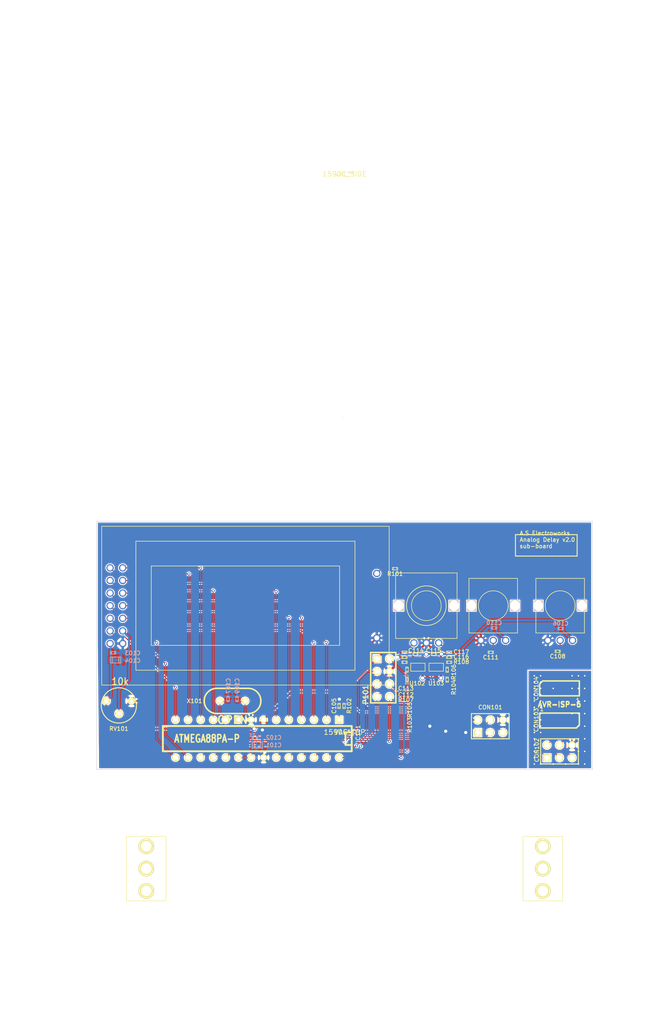
<source format=kicad_pcb>
(kicad_pcb (version 3) (host pcbnew "(2013-07-07 BZR 4022)-stable")
  (layers (15 F.Cu signal) (0 B.Cu signal hide) (18 B.Paste user) (19 F.Paste user) (20 B.SilkS user) (21 F.SilkS user) (22 B.Mask user) (23 F.Mask user) (28 Edge.Cuts user))
  (net 0 "")
  (net 1 +5VD)
  (net 2 /DB0)
  (net 3 /DB1)
  (net 4 /DB2)
  (net 5 /DB3)
  (net 6 /DB4)
  (net 7 /DB5)
  (net 8 /DB6)
  (net 9 /DB7)
  (net 10 /E)
  (net 11 /ENC_A)
  (net 12 /ENC_B)
  (net 13 /FB)
  (net 14 /R/~W)
  (net 15 /RS)
  (net 16 /SCL)
  (net 17 /SDA)
  (net 18 /VOL)
  (net 19 DGND)
  (net 20 N-0000016)
  (net 21 N-0000017)
  (net 22 N-0000018)
  (net 23 N-0000019)
  (net 24 N-0000020)
  (net 25 N-0000021)
  (net 26 N-0000022)
  (net 27 N-0000024)
  (net 28 N-0000028)
  (net 29 N-0000029)
  (net 30 N-0000031)
  (net 31 N-0000034)
  (net 32 N-0000037)
  (net 33 N-000004)
  (net 34 N-000005)
  (net 35 N-000006)
  (net 36 N-000007)
  (net 37 N-000008)
  (module RV2 (layer F.Cu) (at 204.47 157.48 180)
    (fp_text reference RV101 (at 0 -4.318 180) (layer F.SilkS) (effects (font (size 0.8128 0.8128) (thickness 0.1524))))
    (fp_text value 10k (at -0.254 5.207 180) (layer F.SilkS) (effects (font (size 1.397 1.27) (thickness 0.2032))))
    (pad 1 thru_hole circle (at -2.54 1.27 180) (size 1.524 1.524) (drill 0.8128) (layers *.Cu *.Mask F.SilkS) (net 19 DGND))
    (pad 2 thru_hole circle (at 0 -1.27 180) (size 1.524 1.524) (drill 0.8128) (layers *.Cu *.Mask F.SilkS) (net 27 N-0000024))
    (pad 3 thru_hole circle (at 2.54 1.27 180) (size 1.524 1.524) (drill 0.8128) (layers *.Cu *.Mask F.SilkS) (net 1 +5VD))
  )
  (module r_1005 (layer F.Cu) (at 270.7 151.9 90)
    (fp_text reference R104 (at -1.516 1.334 90) (layer F.SilkS) (effects (font (size 0.8128 0.8128) (thickness 0.1524))))
    (fp_text value 100 hide)
    (pad 1 smd rect (at 0.49375 0 90) (size 0.5215 0.55) (layers F.Cu F.Paste F.Mask) (net 12 /ENC_B))
    (pad 2 smd rect (at -0.49375 0 90) (size 0.5125 0.55) (layers F.Cu F.Paste F.Mask) (net 29 N-0000029))
  )
  (module r_1005 (layer F.Cu) (at 249.9 157.2 270)
    (fp_text reference R102 (at 0 -1.016 270) (layer F.SilkS) (effects (font (size 0.8128 0.8128) (thickness 0.1524))))
    (fp_text value 1k hide)
    (pad 1 smd rect (at 0.49375 0 270) (size 0.5215 0.55) (layers F.Cu F.Paste F.Mask) (net 26 N-0000022))
    (pad 2 smd rect (at -0.49375 0 270) (size 0.5125 0.55) (layers F.Cu F.Paste F.Mask) (net 1 +5VD))
  )
  (module r_1005 (layer F.Cu) (at 260.2 129.55 180)
    (fp_text reference R101 (at 0 -1.016 180) (layer F.SilkS) (effects (font (size 0.8128 0.8128) (thickness 0.1524))))
    (fp_text value OPEN hide)
    (pad 1 smd rect (at 0.49375 0 180) (size 0.5215 0.55) (layers F.Cu F.Paste F.Mask) (net 28 N-0000028))
    (pad 2 smd rect (at -0.49375 0 180) (size 0.5125 0.55) (layers F.Cu F.Paste F.Mask) (net 1 +5VD))
  )
  (module r_1005 (layer F.Cu) (at 262.6 151.9 90)
    (fp_text reference R103 (at -9.136 0.544 90) (layer F.SilkS) (effects (font (size 0.8128 0.8128) (thickness 0.1524))))
    (fp_text value 100 hide)
    (pad 1 smd rect (at 0.49375 0 90) (size 0.5215 0.55) (layers F.Cu F.Paste F.Mask) (net 11 /ENC_A))
    (pad 2 smd rect (at -0.49375 0 90) (size 0.5125 0.55) (layers F.Cu F.Paste F.Mask) (net 30 N-0000031))
  )
  (module r_1005 (layer F.Cu) (at 270.7 149.9 270)
    (fp_text reference R106 (at 0.468 -1.334 270) (layer F.SilkS) (effects (font (size 0.8128 0.8128) (thickness 0.1524))))
    (fp_text value 100 hide)
    (pad 1 smd rect (at 0.49375 0 270) (size 0.5215 0.55) (layers F.Cu F.Paste F.Mask) (net 12 /ENC_B))
    (pad 2 smd rect (at -0.49375 0 270) (size 0.5125 0.55) (layers F.Cu F.Paste F.Mask) (net 32 N-0000037))
  )
  (module r_1005 (layer F.Cu) (at 262.6 149.9 270)
    (fp_text reference R105 (at 8.088 -0.544 270) (layer F.SilkS) (effects (font (size 0.8128 0.8128) (thickness 0.1524))))
    (fp_text value 100 hide)
    (pad 1 smd rect (at 0.49375 0 270) (size 0.5215 0.55) (layers F.Cu F.Paste F.Mask) (net 11 /ENC_A))
    (pad 2 smd rect (at -0.49375 0 270) (size 0.5125 0.55) (layers F.Cu F.Paste F.Mask) (net 31 N-0000034))
  )
  (module r_1005 (layer F.Cu) (at 271.1 148.4)
    (fp_text reference R108 (at 2.458 -0.064) (layer F.SilkS) (effects (font (size 0.8128 0.8128) (thickness 0.1524))))
    (fp_text value 10k hide)
    (pad 1 smd rect (at 0.49375 0) (size 0.5215 0.55) (layers F.Cu F.Paste F.Mask) (net 1 +5VD))
    (pad 2 smd rect (at -0.49375 0) (size 0.5125 0.55) (layers F.Cu F.Paste F.Mask) (net 32 N-0000037))
  )
  (module r_1005 (layer F.Cu) (at 262.1 148.4 180)
    (fp_text reference R107 (at -0.282 -7.556 180) (layer F.SilkS) (effects (font (size 0.8128 0.8128) (thickness 0.1524))))
    (fp_text value 10k hide)
    (pad 1 smd rect (at 0.49375 0 180) (size 0.5215 0.55) (layers F.Cu F.Paste F.Mask) (net 1 +5VD))
    (pad 2 smd rect (at -0.49375 0 180) (size 0.5125 0.55) (layers F.Cu F.Paste F.Mask) (net 31 N-0000034))
  )
  (module pin_array_4x2 (layer F.Cu) (at 257.81 151.511 270)
    (fp_text reference P101 (at 3.429 3.556 270) (layer F.SilkS) (effects (font (size 1.016 1.016) (thickness 0.2032))))
    (fp_text value CONN_4X2 hide)
    (pad 1 thru_hole rect (at -3.81 1.27 270) (size 1.524 1.524) (drill 1.016) (layers *.Cu *.Mask F.SilkS) (net 1 +5VD))
    (pad 2 thru_hole circle (at -3.81 -1.27 270) (size 1.524 1.524) (drill 1.016) (layers *.Cu *.Mask F.SilkS) (net 17 /SDA))
    (pad 3 thru_hole circle (at -1.27 1.27 270) (size 1.524 1.524) (drill 1.016) (layers *.Cu *.Mask F.SilkS) (net 18 /VOL))
    (pad 4 thru_hole circle (at -1.27 -1.27 270) (size 1.524 1.524) (drill 1.016) (layers *.Cu *.Mask F.SilkS) (net 19 DGND))
    (pad 5 thru_hole circle (at 1.27 1.27 270) (size 1.524 1.524) (drill 1.016) (layers *.Cu *.Mask F.SilkS) (net 11 /ENC_A))
    (pad 6 thru_hole circle (at 1.27 -1.27 270) (size 1.524 1.524) (drill 1.016) (layers *.Cu *.Mask F.SilkS) (net 16 /SCL))
    (pad 7 thru_hole circle (at 3.81 1.27 270) (size 1.524 1.524) (drill 1.016) (layers *.Cu *.Mask F.SilkS) (net 12 /ENC_B))
    (pad 8 thru_hole circle (at 3.81 -1.27 270) (size 1.524 1.524) (drill 1.016) (layers *.Cu *.Mask F.SilkS) (net 13 /FB))
  )
  (module pin_array_3x2 (layer F.Cu) (at 279.4 161.29)
    (fp_text reference CON101 (at 0 -3.81) (layer F.SilkS) (effects (font (size 0.8128 0.8128) (thickness 0.1524))))
    (fp_text value AVR-ISP-6 hide)
    (pad 1 thru_hole rect (at -2.54 1.27) (size 1.524 1.524) (drill 1.016) (layers *.Cu *.Mask F.SilkS) (net 33 N-000004))
    (pad 2 thru_hole circle (at -2.54 -1.27) (size 1.524 1.524) (drill 1.016) (layers *.Cu *.Mask F.SilkS) (net 1 +5VD))
    (pad 3 thru_hole circle (at 0 1.27) (size 1.524 1.524) (drill 1.016) (layers *.Cu *.Mask F.SilkS) (net 35 N-000006))
    (pad 4 thru_hole circle (at 0 -1.27) (size 1.524 1.524) (drill 1.016) (layers *.Cu *.Mask F.SilkS) (net 34 N-000005))
    (pad 5 thru_hole circle (at 2.54 1.27) (size 1.524 1.524) (drill 1.016) (layers *.Cu *.Mask F.SilkS) (net 26 N-0000022))
    (pad 6 thru_hole circle (at 2.54 -1.27) (size 1.524 1.524) (drill 1.016) (layers *.Cu *.Mask F.SilkS) (net 19 DGND))
  )
  (module HC-49V (layer F.Cu) (at 227.4 156.2)
    (fp_text reference X101 (at -7.69 0.01) (layer F.SilkS) (effects (font (size 0.8128 0.8128) (thickness 0.1524))))
    (fp_text value OPEN (at 0 3.81) (layer F.SilkS) (effects (font (size 1.524 1.524) (thickness 0.3048))))
    (pad 1 thru_hole circle (at -2.54 0) (size 1.4224 1.4224) (drill 0.762) (layers *.Cu *.Mask F.SilkS) (net 37 N-000008))
    (pad 2 thru_hole circle (at 2.54 0) (size 1.4224 1.4224) (drill 0.762) (layers *.Cu *.Mask F.SilkS) (net 36 N-000007))
  )
  (module DIP-28__300 (layer F.Cu) (at 232.4 163.8 180)
    (fp_text reference IC101 (at -20.33 0.986 270) (layer F.SilkS) (effects (font (size 0.8128 0.8128) (thickness 0.1524))))
    (fp_text value ATMEGA88PA-P (at 10.16 0 180) (layer F.SilkS) (effects (font (size 1.524 1.143) (thickness 0.3048))))
    (pad 2 thru_hole circle (at -13.97 3.81 180) (size 1.397 1.397) (drill 0.8128) (layers *.Cu *.Mask F.SilkS) (net 2 /DB0))
    (pad 3 thru_hole circle (at -11.43 3.81 180) (size 1.397 1.397) (drill 0.8128) (layers *.Cu *.Mask F.SilkS) (net 3 /DB1))
    (pad 4 thru_hole circle (at -8.89 3.81 180) (size 1.397 1.397) (drill 0.8128) (layers *.Cu *.Mask F.SilkS) (net 4 /DB2))
    (pad 5 thru_hole circle (at -6.35 3.81 180) (size 1.397 1.397) (drill 0.8128) (layers *.Cu *.Mask F.SilkS) (net 5 /DB3))
    (pad 6 thru_hole circle (at -3.81 3.81 180) (size 1.397 1.397) (drill 0.8128) (layers *.Cu *.Mask F.SilkS) (net 6 /DB4))
    (pad 7 thru_hole circle (at -1.27 3.81 180) (size 1.397 1.397) (drill 0.8128) (layers *.Cu *.Mask F.SilkS) (net 1 +5VD))
    (pad 8 thru_hole circle (at 1.27 3.81 180) (size 1.397 1.397) (drill 0.8128) (layers *.Cu *.Mask F.SilkS) (net 19 DGND))
    (pad 9 thru_hole circle (at 3.81 3.81 180) (size 1.397 1.397) (drill 0.8128) (layers *.Cu *.Mask F.SilkS) (net 36 N-000007))
    (pad 10 thru_hole circle (at 6.35 3.81 180) (size 1.397 1.397) (drill 0.8128) (layers *.Cu *.Mask F.SilkS) (net 37 N-000008))
    (pad 11 thru_hole circle (at 8.89 3.81 180) (size 1.397 1.397) (drill 0.8128) (layers *.Cu *.Mask F.SilkS) (net 7 /DB5))
    (pad 12 thru_hole circle (at 11.43 3.81 180) (size 1.397 1.397) (drill 0.8128) (layers *.Cu *.Mask F.SilkS) (net 8 /DB6))
    (pad 13 thru_hole circle (at 13.97 3.81 180) (size 1.397 1.397) (drill 0.8128) (layers *.Cu *.Mask F.SilkS) (net 9 /DB7))
    (pad 14 thru_hole circle (at 16.51 3.81 180) (size 1.397 1.397) (drill 0.8128) (layers *.Cu *.Mask F.SilkS) (net 15 /RS))
    (pad 1 thru_hole rect (at -16.51 3.81 180) (size 1.397 1.397) (drill 0.8128) (layers *.Cu *.Mask F.SilkS) (net 26 N-0000022))
    (pad 15 thru_hole circle (at 16.51 -3.81 180) (size 1.397 1.397) (drill 0.8128) (layers *.Cu *.Mask F.SilkS) (net 14 /R/~W))
    (pad 16 thru_hole circle (at 13.97 -3.81 180) (size 1.397 1.397) (drill 0.8128) (layers *.Cu *.Mask F.SilkS) (net 10 /E))
    (pad 17 thru_hole circle (at 11.43 -3.81 180) (size 1.397 1.397) (drill 0.8128) (layers *.Cu *.Mask F.SilkS) (net 34 N-000005))
    (pad 18 thru_hole circle (at 8.89 -3.81 180) (size 1.397 1.397) (drill 0.8128) (layers *.Cu *.Mask F.SilkS) (net 33 N-000004))
    (pad 19 thru_hole circle (at 6.35 -3.81 180) (size 1.397 1.397) (drill 0.8128) (layers *.Cu *.Mask F.SilkS) (net 35 N-000006))
    (pad 20 thru_hole circle (at 3.81 -3.81 180) (size 1.397 1.397) (drill 0.8128) (layers *.Cu *.Mask F.SilkS) (net 1 +5VD))
    (pad 21 thru_hole circle (at 1.27 -3.81 180) (size 1.397 1.397) (drill 0.8128) (layers *.Cu *.Mask F.SilkS) (net 1 +5VD))
    (pad 22 thru_hole circle (at -1.27 -3.81 180) (size 1.397 1.397) (drill 0.8128) (layers *.Cu *.Mask F.SilkS) (net 19 DGND))
    (pad 23 thru_hole circle (at -3.81 -3.81 180) (size 1.397 1.397) (drill 0.8128) (layers *.Cu *.Mask F.SilkS) (net 18 /VOL))
    (pad 24 thru_hole circle (at -6.35 -3.81 180) (size 1.397 1.397) (drill 0.8128) (layers *.Cu *.Mask F.SilkS) (net 13 /FB))
    (pad 25 thru_hole circle (at -8.89 -3.81 180) (size 1.397 1.397) (drill 0.8128) (layers *.Cu *.Mask F.SilkS) (net 11 /ENC_A))
    (pad 26 thru_hole circle (at -11.43 -3.81 180) (size 1.397 1.397) (drill 0.8128) (layers *.Cu *.Mask F.SilkS) (net 12 /ENC_B))
    (pad 27 thru_hole circle (at -13.97 -3.81 180) (size 1.397 1.397) (drill 0.8128) (layers *.Cu *.Mask F.SilkS) (net 17 /SDA))
    (pad 28 thru_hole circle (at -16.51 -3.81 180) (size 1.397 1.397) (drill 0.8128) (layers *.Cu *.Mask F.SilkS) (net 16 /SCL))
  )
  (module c_2012 (layer B.Cu) (at 203.835 147.955)
    (fp_text reference C104 (at 3.429 0.127) (layer B.SilkS) (effects (font (size 0.8128 0.8128) (thickness 0.1524)) (justify mirror)))
    (fp_text value 10/10 hide)
    (pad 1 smd rect (at 0.9875 0) (size 0.875 1.3) (layers B.Cu B.Paste B.Mask) (net 19 DGND))
    (pad 2 smd rect (at -0.9875 0) (size 0.875 1.3) (layers B.Cu B.Paste B.Mask) (net 1 +5VD))
  )
  (module c_2012 (layer B.Cu) (at 232.4 165.1)
    (fp_text reference C101 (at 3.312 0) (layer B.SilkS) (effects (font (size 0.8128 0.8128) (thickness 0.1524)) (justify mirror)))
    (fp_text value 10/10 hide)
    (pad 1 smd rect (at 0.9875 0) (size 0.875 1.3) (layers B.Cu B.Paste B.Mask) (net 19 DGND))
    (pad 2 smd rect (at -0.9875 0) (size 0.875 1.3) (layers B.Cu B.Paste B.Mask) (net 1 +5VD))
  )
  (module c_1005 (layer B.Cu) (at 203.3 146.5)
    (fp_text reference C103 (at 3.964 0.058) (layer B.SilkS) (effects (font (size 0.8128 0.8128) (thickness 0.1524)) (justify mirror)))
    (fp_text value 0.1 hide)
    (pad 1 smd rect (at 0.49375 0) (size 0.5215 0.55) (layers B.Cu B.Paste B.Mask) (net 19 DGND))
    (pad 2 smd rect (at -0.49375 0) (size 0.5125 0.55) (layers B.Cu B.Paste B.Mask) (net 1 +5VD))
  )
  (module c_1005 (layer B.Cu) (at 293.6 141.6 180)
    (fp_text reference C106 (at 0 1.016 180) (layer B.SilkS) (effects (font (size 0.8128 0.8128) (thickness 0.1524)) (justify mirror)))
    (fp_text value OPEN hide)
    (pad 1 smd rect (at 0.49375 0 180) (size 0.5215 0.55) (layers B.Cu B.Paste B.Mask) (net 19 DGND))
    (pad 2 smd rect (at -0.49375 0 180) (size 0.5125 0.55) (layers B.Cu B.Paste B.Mask) (net 1 +5VD))
  )
  (module c_1005 (layer B.Cu) (at 280.162 141.478 180)
    (fp_text reference C110 (at 0 1.016 180) (layer B.SilkS) (effects (font (size 0.8128 0.8128) (thickness 0.1524)) (justify mirror)))
    (fp_text value OPEN hide)
    (pad 1 smd rect (at 0.49375 0 180) (size 0.5215 0.55) (layers B.Cu B.Paste B.Mask) (net 19 DGND))
    (pad 2 smd rect (at -0.49375 0 180) (size 0.5125 0.55) (layers B.Cu B.Paste B.Mask) (net 1 +5VD))
  )
  (module c_1005 (layer B.Cu) (at 228.3 155.8 90)
    (fp_text reference C109 (at 2.638 0.046 90) (layer B.SilkS) (effects (font (size 0.8128 0.8128) (thickness 0.1524)) (justify mirror)))
    (fp_text value OPEN hide)
    (pad 1 smd rect (at 0.49375 0 90) (size 0.5215 0.55) (layers B.Cu B.Paste B.Mask) (net 19 DGND))
    (pad 2 smd rect (at -0.49375 0 90) (size 0.5125 0.55) (layers B.Cu B.Paste B.Mask) (net 36 N-000007))
  )
  (module c_1005 (layer B.Cu) (at 226.5 155.8 90)
    (fp_text reference C107 (at 2.638 0.068 90) (layer B.SilkS) (effects (font (size 0.8128 0.8128) (thickness 0.1524)) (justify mirror)))
    (fp_text value OPEN hide)
    (pad 1 smd rect (at 0.49375 0 90) (size 0.5215 0.55) (layers B.Cu B.Paste B.Mask) (net 19 DGND))
    (pad 2 smd rect (at -0.49375 0 90) (size 0.5125 0.55) (layers B.Cu B.Paste B.Mask) (net 37 N-000008))
  )
  (module c_1005 (layer B.Cu) (at 231.9 163.7)
    (fp_text reference C102 (at 3.812 -0.124) (layer B.SilkS) (effects (font (size 0.8128 0.8128) (thickness 0.1524)) (justify mirror)))
    (fp_text value 0.1 hide)
    (pad 1 smd rect (at 0.49375 0) (size 0.5215 0.55) (layers B.Cu B.Paste B.Mask) (net 19 DGND))
    (pad 2 smd rect (at -0.49375 0) (size 0.5125 0.55) (layers B.Cu B.Paste B.Mask) (net 1 +5VD))
  )
  (module c_1005 (layer F.Cu) (at 248.9 157.2 90)
    (fp_text reference C105 (at 0 -1.016 90) (layer F.SilkS) (effects (font (size 0.8128 0.8128) (thickness 0.1524))))
    (fp_text value 1000p hide)
    (pad 1 smd rect (at 0.49375 0 90) (size 0.5215 0.55) (layers F.Cu F.Paste F.Mask) (net 19 DGND))
    (pad 2 smd rect (at -0.49375 0 90) (size 0.5125 0.55) (layers F.Cu F.Paste F.Mask) (net 26 N-0000022))
  )
  (module c_1005 (layer F.Cu) (at 293 146.2 180)
    (fp_text reference C108 (at 0 -1.016 180) (layer F.SilkS) (effects (font (size 0.8128 0.8128) (thickness 0.1524))))
    (fp_text value 1000p hide)
    (pad 1 smd rect (at 0.49375 0 180) (size 0.5215 0.55) (layers F.Cu F.Paste F.Mask) (net 19 DGND))
    (pad 2 smd rect (at -0.49375 0 180) (size 0.5125 0.55) (layers F.Cu F.Paste F.Mask) (net 18 /VOL))
  )
  (module c_1005 (layer F.Cu) (at 271.1 147.4 180)
    (fp_text reference C116 (at -2.458 0.08 180) (layer F.SilkS) (effects (font (size 0.8128 0.8128) (thickness 0.1524))))
    (fp_text value OPEN hide)
    (pad 1 smd rect (at 0.49375 0 180) (size 0.5215 0.55) (layers F.Cu F.Paste F.Mask) (net 32 N-0000037))
    (pad 2 smd rect (at -0.49375 0 180) (size 0.5125 0.55) (layers F.Cu F.Paste F.Mask) (net 1 +5VD))
  )
  (module c_1005 (layer F.Cu) (at 279.5 146.4 180)
    (fp_text reference C111 (at 0 -1.016 180) (layer F.SilkS) (effects (font (size 0.8128 0.8128) (thickness 0.1524))))
    (fp_text value 1000p hide)
    (pad 1 smd rect (at 0.49375 0 180) (size 0.5215 0.55) (layers F.Cu F.Paste F.Mask) (net 19 DGND))
    (pad 2 smd rect (at -0.49375 0 180) (size 0.5125 0.55) (layers F.Cu F.Paste F.Mask) (net 13 /FB))
  )
  (module c_1005 (layer F.Cu) (at 268 146.8 180)
    (fp_text reference C115 (at 0.03 0.75 180) (layer F.SilkS) (effects (font (size 0.8128 0.8128) (thickness 0.1524))))
    (fp_text value 0.1 hide)
    (pad 1 smd rect (at 0.49375 0 180) (size 0.5215 0.55) (layers F.Cu F.Paste F.Mask) (net 19 DGND))
    (pad 2 smd rect (at -0.49375 0 180) (size 0.5125 0.55) (layers F.Cu F.Paste F.Mask) (net 1 +5VD))
  )
  (module c_1005 (layer F.Cu) (at 264.3 146.8 180)
    (fp_text reference C114 (at -0.114 0.75 180) (layer F.SilkS) (effects (font (size 0.8128 0.8128) (thickness 0.1524))))
    (fp_text value 0.1 hide)
    (pad 1 smd rect (at 0.49375 0 180) (size 0.5215 0.55) (layers F.Cu F.Paste F.Mask) (net 19 DGND))
    (pad 2 smd rect (at -0.49375 0 180) (size 0.5125 0.55) (layers F.Cu F.Paste F.Mask) (net 1 +5VD))
  )
  (module c_1005 (layer F.Cu) (at 262.1 146.4 180)
    (fp_text reference C113 (at -0.282 -7.27 180) (layer F.SilkS) (effects (font (size 0.8128 0.8128) (thickness 0.1524))))
    (fp_text value OPEN hide)
    (pad 1 smd rect (at 0.49375 0 180) (size 0.5215 0.55) (layers F.Cu F.Paste F.Mask) (net 19 DGND))
    (pad 2 smd rect (at -0.49375 0 180) (size 0.5125 0.55) (layers F.Cu F.Paste F.Mask) (net 31 N-0000034))
  )
  (module c_1005 (layer F.Cu) (at 271.1 146.4)
    (fp_text reference C117 (at 2.458 -0.096) (layer F.SilkS) (effects (font (size 0.8128 0.8128) (thickness 0.1524))))
    (fp_text value OPEN hide)
    (pad 1 smd rect (at 0.49375 0) (size 0.5215 0.55) (layers F.Cu F.Paste F.Mask) (net 19 DGND))
    (pad 2 smd rect (at -0.49375 0) (size 0.5125 0.55) (layers F.Cu F.Paste F.Mask) (net 32 N-0000037))
  )
  (module c_1005 (layer F.Cu) (at 262.1 147.4)
    (fp_text reference C112 (at 0.282 7.54) (layer F.SilkS) (effects (font (size 0.8128 0.8128) (thickness 0.1524))))
    (fp_text value OPEN hide)
    (pad 1 smd rect (at 0.49375 0) (size 0.5215 0.55) (layers F.Cu F.Paste F.Mask) (net 31 N-0000034))
    (pad 2 smd rect (at -0.49375 0) (size 0.5125 0.55) (layers F.Cu F.Paste F.Mask) (net 1 +5VD))
  )
  (module SC-74A (layer F.Cu) (at 268.5 149.4 180)
    (fp_text reference U103 (at 0.022 -3.254 180) (layer F.SilkS) (effects (font (size 0.8128 0.8128) (thickness 0.1524))))
    (fp_text value TC7SZ125F hide)
    (pad 1 smd rect (at -0.95 1.2 180) (size 0.8 1) (layers F.Cu F.Paste F.Mask) (net 1 +5VD))
    (pad 3 smd rect (at 0.95 1.2 180) (size 0.8 1) (layers F.Cu F.Paste F.Mask) (net 19 DGND))
    (pad 2 smd rect (at 0 1.2 180) (size 0.6 1) (layers F.Cu F.Paste F.Mask) (net 32 N-0000037))
    (pad 5 smd rect (at -0.95 -1.2 180) (size 0.8 1) (layers F.Cu F.Paste F.Mask) (net 1 +5VD))
    (pad 4 smd rect (at 0.95 -1.2 180) (size 0.8 1) (layers F.Cu F.Paste F.Mask) (net 29 N-0000029))
  )
  (module SC-74A (layer F.Cu) (at 264.8 149.4 180)
    (fp_text reference U102 (at 0.132 -3.254 180) (layer F.SilkS) (effects (font (size 0.8128 0.8128) (thickness 0.1524))))
    (fp_text value TC7SZ125F hide)
    (pad 1 smd rect (at -0.95 1.2 180) (size 0.8 1) (layers F.Cu F.Paste F.Mask) (net 1 +5VD))
    (pad 3 smd rect (at 0.95 1.2 180) (size 0.8 1) (layers F.Cu F.Paste F.Mask) (net 19 DGND))
    (pad 2 smd rect (at 0 1.2 180) (size 0.6 1) (layers F.Cu F.Paste F.Mask) (net 31 N-0000034))
    (pad 5 smd rect (at -0.95 -1.2 180) (size 0.8 1) (layers F.Cu F.Paste F.Mask) (net 1 +5VD))
    (pad 4 smd rect (at 0.95 -1.2 180) (size 0.8 1) (layers F.Cu F.Paste F.Mask) (net 30 N-0000031))
  )
  (module pin_array_3x2 (layer F.Cu) (at 293.37 166.37)
    (fp_text reference CON102 (at -4.572 -0.254 90) (layer F.SilkS) (effects (font (size 0.8128 0.8128) (thickness 0.1524))))
    (fp_text value AVR-ISP-6 hide)
    (pad 1 thru_hole rect (at -2.54 1.27) (size 1.524 1.524) (drill 1.016) (layers *.Cu *.Mask F.SilkS) (net 22 N-0000018))
    (pad 2 thru_hole circle (at -2.54 -1.27) (size 1.524 1.524) (drill 1.016) (layers *.Cu *.Mask F.SilkS) (net 21 N-0000017))
    (pad 3 thru_hole circle (at 0 1.27) (size 1.524 1.524) (drill 1.016) (layers *.Cu *.Mask F.SilkS) (net 20 N-0000016))
    (pad 4 thru_hole circle (at 0 -1.27) (size 1.524 1.524) (drill 1.016) (layers *.Cu *.Mask F.SilkS) (net 25 N-0000021))
    (pad 5 thru_hole circle (at 2.54 1.27) (size 1.524 1.524) (drill 1.016) (layers *.Cu *.Mask F.SilkS) (net 23 N-0000019))
    (pad 6 thru_hole circle (at 2.54 -1.27) (size 1.524 1.524) (drill 1.016) (layers *.Cu *.Mask F.SilkS) (net 24 N-0000020))
  )
  (module 06FMN-BMTTN-A-TF (layer F.Cu) (at 293.37 160.147 180)
    (fp_text reference CON103 (at 4.699 0.127 270) (layer F.SilkS) (effects (font (size 0.8128 0.8128) (thickness 0.1524))))
    (fp_text value AVR-ISP-6 (at 0 3.302 180) (layer F.SilkS) (effects (font (size 1.016 1.016) (thickness 0.2032))))
    (fp_text user 1 (at 3.556 2.286 180) (layer F.SilkS) (effects (font (size 0.8128 0.8128) (thickness 0.1524))))
    (pad 1 smd rect (at 2.5 1.75 180) (size 0.6 1.7) (layers F.Cu F.Paste F.Mask) (net 22 N-0000018))
    (pad 2 smd rect (at 1.5 -1.85 180) (size 0.6 1.7) (layers F.Cu F.Paste F.Mask) (net 21 N-0000017))
    (pad 3 smd rect (at 0.5 1.75 180) (size 0.6 1.7) (layers F.Cu F.Paste F.Mask) (net 20 N-0000016))
    (pad 4 smd rect (at -0.5 -1.85 180) (size 0.6 1.7) (layers F.Cu F.Paste F.Mask) (net 25 N-0000021))
    (pad 5 smd rect (at -1.5 1.75 180) (size 0.6 1.7) (layers F.Cu F.Paste F.Mask) (net 23 N-0000019))
    (pad 6 smd rect (at -2.5 -1.85 180) (size 0.6 1.7) (layers F.Cu F.Paste F.Mask) (net 24 N-0000020))
  )
  (module 06FMN-BMTTN-A-TF (layer F.Cu) (at 293.37 153.67)
    (fp_text reference CON104 (at -4.699 0 90) (layer F.SilkS) (effects (font (size 0.8128 0.8128) (thickness 0.1524))))
    (fp_text value AVR-ISP-6 (at 0 3.302) (layer F.SilkS) (effects (font (size 1.016 1.016) (thickness 0.2032))))
    (fp_text user 1 (at 3.683 2.413) (layer F.SilkS) (effects (font (size 0.8128 0.8128) (thickness 0.1524))))
    (pad 1 smd rect (at 2.5 1.75) (size 0.6 1.7) (layers F.Cu F.Paste F.Mask) (net 24 N-0000020))
    (pad 2 smd rect (at 1.5 -1.85) (size 0.6 1.7) (layers F.Cu F.Paste F.Mask) (net 23 N-0000019))
    (pad 3 smd rect (at 0.5 1.75) (size 0.6 1.7) (layers F.Cu F.Paste F.Mask) (net 25 N-0000021))
    (pad 4 smd rect (at -0.5 -1.85) (size 0.6 1.7) (layers F.Cu F.Paste F.Mask) (net 20 N-0000016))
    (pad 5 smd rect (at -1.5 1.75) (size 0.6 1.7) (layers F.Cu F.Paste F.Mask) (net 21 N-0000017))
    (pad 6 smd rect (at -2.5 -1.85) (size 0.6 1.7) (layers F.Cu F.Paste F.Mask) (net 22 N-0000018))
  )
  (module 1590C_TOP (layer F.Cu) (at 250 162.5)
    (fp_text reference 1590C_TOP (at 0 0) (layer F.SilkS))
    (fp_text value VAL** (at 0 0) (layer F.SilkS))
  )
  (module 1590C_SIDE (layer F.Cu) (at 250 50)
    (fp_text reference 1590C_SIDE (at 0 0) (layer F.SilkS))
    (fp_text value VAL** (at 0 0) (layer F.SilkS))
  )
  (module ACM0802C (layer F.Cu) (at 230 137)
    (fp_text reference U101)
    (fp_text value ACM0802C)
    (pad 1 thru_hole oval (at -24.75992 7.62) (size 1.49606 1.49606) (drill 0.99822) (layers *.Cu *.Mask) (net 19 DGND))
    (pad 2 thru_hole oval (at -27.29992 7.62) (size 1.49606 1.49606) (drill 0.99822) (layers *.Cu *.Mask) (net 1 +5VD))
    (pad 3 thru_hole oval (at -24.75992 5.08) (size 1.49606 1.49606) (drill 0.99822) (layers *.Cu *.Mask) (net 27 N-0000024))
    (pad 4 thru_hole oval (at -27.29992 5.08) (size 1.49606 1.49606) (drill 0.99822) (layers *.Cu *.Mask) (net 15 /RS))
    (pad 5 thru_hole oval (at -24.75992 2.54) (size 1.49606 1.49606) (drill 0.99822) (layers *.Cu *.Mask) (net 14 /R/~W))
    (pad 6 thru_hole oval (at -27.29992 2.54) (size 1.49606 1.49606) (drill 0.99822) (layers *.Cu *.Mask) (net 10 /E))
    (pad 7 thru_hole oval (at -24.75992 0) (size 1.49606 1.49606) (drill 0.99822) (layers *.Cu *.Mask) (net 2 /DB0))
    (pad 8 thru_hole oval (at -27.29992 0) (size 1.49606 1.49606) (drill 0.99822) (layers *.Cu *.Mask) (net 3 /DB1))
    (pad 9 thru_hole oval (at -24.75992 -2.54) (size 1.49606 1.49606) (drill 0.99822) (layers *.Cu *.Mask) (net 4 /DB2))
    (pad 10 thru_hole oval (at -27.29992 -2.54) (size 1.49606 1.49606) (drill 0.99822) (layers *.Cu *.Mask) (net 5 /DB3))
    (pad 11 thru_hole oval (at -24.75992 -5.08) (size 1.49606 1.49606) (drill 0.99822) (layers *.Cu *.Mask) (net 6 /DB4))
    (pad 12 thru_hole oval (at -27.29992 -5.08) (size 1.49606 1.49606) (drill 0.99822) (layers *.Cu *.Mask) (net 7 /DB5))
    (pad 13 thru_hole oval (at -24.75992 -7.62) (size 1.49606 1.49606) (drill 0.99822) (layers *.Cu *.Mask) (net 8 /DB6))
    (pad 14 thru_hole oval (at -27.29992 -7.62) (size 1.49606 1.49606) (drill 0.99822) (layers *.Cu *.Mask) (net 9 /DB7))
    (pad 15 thru_hole oval (at 26.49982 -6.49986) (size 1.49606 1.49606) (drill 0.99822) (layers *.Cu *.Mask) (net 28 N-0000028))
    (pad 16 thru_hole oval (at 26.49982 6.49986) (size 1.49606 1.49606) (drill 0.99822) (layers *.Cu *.Mask) (net 19 DGND))
  )
  (module EC12E-BUSHING-20 (layer F.Cu) (at 266.5 137)
    (fp_text reference U104)
    (fp_text value EC12E2420802 hide)
    (fp_line (start -6.59892 1.04902) (end -4.59994 1.04902) (layer Edge.Cuts) (width 0.127))
    (fp_line (start -4.59994 1.04902) (end -4.59994 -1.04902) (layer Edge.Cuts) (width 0.127))
    (fp_line (start -4.59994 -1.04902) (end -6.59892 -1.04902) (layer Edge.Cuts) (width 0.127))
    (fp_line (start -6.59892 -1.04902) (end -6.59892 1.04902) (layer Edge.Cuts) (width 0.127))
    (fp_line (start 4.59994 1.04902) (end 6.59892 1.04902) (layer Edge.Cuts) (width 0.127))
    (fp_line (start 6.59892 1.04902) (end 6.59892 -1.04902) (layer Edge.Cuts) (width 0.127))
    (fp_line (start 6.59892 -1.04902) (end 4.59994 -1.04902) (layer Edge.Cuts) (width 0.127))
    (fp_line (start 4.59994 -1.04902) (end 4.59994 1.04902) (layer Edge.Cuts) (width 0.127))
    (pad 1 thru_hole oval (at -2.49936 7.49808 90) (size 1.49606 1.49606) (drill 0.99822) (layers *.Cu *.Mask) (net 31 N-0000034))
    (pad 3 thru_hole oval (at 0 7.49808 90) (size 1.49606 1.49606) (drill 0.99822) (layers *.Cu *.Mask) (net 19 DGND))
    (pad 2 thru_hole oval (at 2.49936 7.49808 90) (size 1.49606 1.49606) (drill 0.99822) (layers *.Cu *.Mask) (net 32 N-0000037))
    (pad "" np_thru_hole rect (at -5.6 0) (size 2 2.1) (drill oval 2 2.1) (layers *.Cu *.Paste *.SilkS *.Mask))
    (pad "" np_thru_hole rect (at 5.6 0) (size 2 2.1) (drill oval 2 2.1) (layers *.Cu *.Paste *.SilkS *.Mask))
  )
  (module RK09K1130AAU (layer F.Cu) (at 293.5 137)
    (fp_text reference RV102)
    (fp_text value RK09K1130AAU)
    (fp_line (start -5.29844 1.04902) (end -3.49758 1.04902) (layer Edge.Cuts) (width 0.127))
    (fp_line (start -3.49758 1.04902) (end -3.49758 -1.04902) (layer Edge.Cuts) (width 0.127))
    (fp_line (start -3.49758 -1.04902) (end -5.29844 -1.04902) (layer Edge.Cuts) (width 0.127))
    (fp_line (start -5.29844 -1.04902) (end -5.29844 1.04902) (layer Edge.Cuts) (width 0.127))
    (fp_line (start 3.49758 1.04902) (end 5.29844 1.04902) (layer Edge.Cuts) (width 0.127))
    (fp_line (start 5.29844 1.04902) (end 5.29844 -1.04902) (layer Edge.Cuts) (width 0.127))
    (fp_line (start 5.29844 -1.04902) (end 3.49758 -1.04902) (layer Edge.Cuts) (width 0.127))
    (fp_line (start 3.49758 -1.04902) (end 3.49758 1.04902) (layer Edge.Cuts) (width 0.127))
    (pad 1 thru_hole oval (at -2.49936 6.9977) (size 1.49606 1.49606) (drill 0.99822) (layers *.Cu *.Mask) (net 19 DGND))
    (pad 2 thru_hole oval (at 0 6.9977) (size 1.49606 1.49606) (drill 0.99822) (layers *.Cu *.Mask) (net 18 /VOL))
    (pad 3 thru_hole oval (at 2.49936 6.9977) (size 1.49606 1.49606) (drill 0.99822) (layers *.Cu *.Mask) (net 1 +5VD))
    (pad "" np_thru_hole rect (at -4.4 0) (size 1.8 2.1) (drill oval 1.8 2.1) (layers *.Cu *.Paste *.SilkS *.Mask))
    (pad "" np_thru_hole rect (at 4.4 0) (size 1.8 2.1) (drill oval 1.8 2.1) (layers *.Cu *.Paste *.SilkS *.Mask))
  )
  (module RK09K1130AAU (layer F.Cu) (at 280 137)
    (fp_text reference RV103)
    (fp_text value RK09K1130AAU)
    (fp_line (start -5.29844 1.04902) (end -3.49758 1.04902) (layer Edge.Cuts) (width 0.127))
    (fp_line (start -3.49758 1.04902) (end -3.49758 -1.04902) (layer Edge.Cuts) (width 0.127))
    (fp_line (start -3.49758 -1.04902) (end -5.29844 -1.04902) (layer Edge.Cuts) (width 0.127))
    (fp_line (start -5.29844 -1.04902) (end -5.29844 1.04902) (layer Edge.Cuts) (width 0.127))
    (fp_line (start 3.49758 1.04902) (end 5.29844 1.04902) (layer Edge.Cuts) (width 0.127))
    (fp_line (start 5.29844 1.04902) (end 5.29844 -1.04902) (layer Edge.Cuts) (width 0.127))
    (fp_line (start 5.29844 -1.04902) (end 3.49758 -1.04902) (layer Edge.Cuts) (width 0.127))
    (fp_line (start 3.49758 -1.04902) (end 3.49758 1.04902) (layer Edge.Cuts) (width 0.127))
    (pad 1 thru_hole oval (at -2.49936 6.9977) (size 1.49606 1.49606) (drill 0.99822) (layers *.Cu *.Mask) (net 19 DGND))
    (pad 2 thru_hole oval (at 0 6.9977) (size 1.49606 1.49606) (drill 0.99822) (layers *.Cu *.Mask) (net 13 /FB))
    (pad 3 thru_hole oval (at 2.49936 6.9977) (size 1.49606 1.49606) (drill 0.99822) (layers *.Cu *.Mask) (net 1 +5VD))
    (pad "" np_thru_hole rect (at -4.4 0) (size 1.8 2.1) (drill oval 1.8 2.1) (layers *.Cu *.Paste *.SilkS *.Mask))
    (pad "" np_thru_hole rect (at 4.4 0) (size 1.8 2.1) (drill oval 1.8 2.1) (layers *.Cu *.Paste *.SilkS *.Mask))
  )
  (module 8Y10 (layer F.Cu) (at 290 190)
    (fp_text reference SW***)
    (fp_text value 8Y10XX)
    (pad 1 thru_hole oval (at 0 -4.5) (size 3.15 3.15) (drill 2.1) (layers *.Cu *.Mask F.SilkS))
    (pad 2 thru_hole oval (at 0 0) (size 3.15 3.15) (drill 2.1) (layers *.Cu *.Mask F.SilkS))
    (pad 3 thru_hole oval (at 0 4.5) (size 3.15 3.15) (drill 2.1) (layers *.Cu *.Mask F.SilkS))
  )
  (module 8Y10 (layer F.Cu) (at 210 190)
    (fp_text reference SW***)
    (fp_text value 8Y10XX)
    (pad 1 thru_hole oval (at 0 -4.5) (size 3.15 3.15) (drill 2.1) (layers *.Cu *.Mask F.SilkS))
    (pad 2 thru_hole oval (at 0 0) (size 3.15 3.15) (drill 2.1) (layers *.Cu *.Mask F.SilkS))
    (pad 3 thru_hole oval (at 0 4.5) (size 3.15 3.15) (drill 2.1) (layers *.Cu *.Mask F.SilkS))
  )
  (gr_line (start 284.48 122.682) (end 284.734 122.682) (angle 90) (layer F.SilkS) (width 0.2))
  (gr_line (start 284.48 127) (end 284.48 122.682) (angle 90) (layer F.SilkS) (width 0.2))
  (gr_line (start 284.988 127) (end 284.48 127) (angle 90) (layer F.SilkS) (width 0.2))
  (gr_line (start 296.926 127) (end 284.988 127) (angle 90) (layer F.SilkS) (width 0.2))
  (gr_line (start 296.926 122.682) (end 296.926 127) (angle 90) (layer F.SilkS) (width 0.2))
  (gr_line (start 284.734 122.682) (end 296.926 122.682) (angle 90) (layer F.SilkS) (width 0.2))
  (gr_text "A.S Electroworks\nAnalog Delay v2.0\nsub-board" (at 285.242 123.698) (layer F.SilkS) (effects (font (size 0.8128 0.8128) (thickness 0.1524)) (justify left)))
  (gr_line (start 300 120) (end 300 170) (angle 90) (layer Edge.Cuts) (width 0.1))
  (gr_line (start 200 120) (end 200 170) (angle 90) (layer Edge.Cuts) (width 0.1))
  (gr_line (start 200 170) (end 300 170) (angle 90) (layer Edge.Cuts) (width 0.1))
  (gr_line (start 200 120) (end 300 120) (angle 90) (layer Edge.Cuts) (width 0.1))
  (gr_line (start 249.682 98.9965) (end 249.682 99.06) (angle 90) (layer Edge.Cuts) (width 0.1))
  (segment (start 213.1568 145.5344) (end 213.1568 145.542) (width 0.2032) (layer F.Cu) (net 0))
  (segment (start 261.65 142.591) (end 257.741 146.5) (width 0.4064) (layer F.Cu) (net 1))
  (segment (start 262.88 141.361) (end 261.65 142.591) (width 0.4064) (layer F.Cu) (net 1))
  (segment (start 262.88 129.55) (end 262.88 141.361) (width 0.4064) (layer F.Cu) (net 1))
  (segment (start 261.747 129.55) (end 262.88 129.55) (width 0.4064) (layer F.Cu) (net 1))
  (segment (start 231.40625 162.90625) (end 231.40625 162.16675) (width 0.4064) (layer B.Cu) (net 1))
  (segment (start 231.40625 163.7) (end 231.40625 162.90625) (width 0.4064) (layer B.Cu) (net 1))
  (segment (start 231.775 161.798) (end 231.802 161.798) (width 0.4064) (layer F.Cu) (net 1))
  (via (at 231.775 161.798) (size 0.889) (layers F.Cu B.Cu) (net 1))
  (segment (start 231.40625 162.16675) (end 231.775 161.798) (width 0.4064) (layer B.Cu) (net 1))
  (segment (start 201.93 159.43) (end 204.298 161.798) (width 0.4064) (layer F.Cu) (net 1))
  (segment (start 204.298 161.798) (end 231.802 161.798) (width 0.4064) (layer F.Cu) (net 1))
  (segment (start 201.93 156.21) (end 201.93 159.43) (width 0.4064) (layer F.Cu) (net 1))
  (segment (start 269.45 150.6) (end 269.45 151.6) (width 0.4064) (layer F.Cu) (net 1))
  (segment (start 265.75 151.6) (end 265.75 150.6) (width 0.4064) (layer F.Cu) (net 1))
  (via (at 265.75 151.6) (size 0.889) (layers F.Cu B.Cu) (net 1))
  (segment (start 269.45 151.6) (end 265.75 151.6) (width 0.4064) (layer B.Cu) (net 1))
  (via (at 269.45 151.6) (size 0.889) (layers F.Cu B.Cu) (net 1))
  (segment (start 233.67 159.99) (end 233.61 159.99) (width 0.4064) (layer F.Cu) (net 1))
  (segment (start 233.61 159.99) (end 231.802 161.798) (width 0.4064) (layer F.Cu) (net 1))
  (segment (start 233.67 159.99) (end 239.36 154.3) (width 0.4064) (layer F.Cu) (net 1))
  (segment (start 239.36 154.3) (end 249.941 154.3) (width 0.4064) (layer F.Cu) (net 1))
  (segment (start 269.55 146.75) (end 272.7 146.75) (width 0.4064) (layer B.Cu) (net 1))
  (segment (start 279.5 139.95) (end 280.75 139.95) (width 0.4064) (layer B.Cu) (net 1))
  (segment (start 272.7 146.75) (end 279.5 139.95) (width 0.4064) (layer B.Cu) (net 1))
  (segment (start 280.65575 141.478) (end 280.75 141.38375) (width 0.4064) (layer B.Cu) (net 1))
  (segment (start 280.75 141.38375) (end 280.75 139.95) (width 0.4064) (layer B.Cu) (net 1))
  (segment (start 294.1 141.59375) (end 294.09375 141.6) (width 0.4064) (layer B.Cu) (net 1))
  (segment (start 294.1 139.95) (end 294.1 141.59375) (width 0.4064) (layer B.Cu) (net 1))
  (segment (start 280.75 139.95) (end 294.1 139.95) (width 0.4064) (layer B.Cu) (net 1))
  (segment (start 260.69375 129.55) (end 261.747 129.55) (width 0.4064) (layer F.Cu) (net 1))
  (segment (start 261.747 129.55) (end 261.65 129.55) (width 0.4064) (layer F.Cu) (net 1))
  (segment (start 256.54 147.701) (end 249.941 154.3) (width 0.4064) (layer F.Cu) (net 1))
  (segment (start 249.941 154.3) (end 249.9 154.341) (width 0.4064) (layer F.Cu) (net 1))
  (segment (start 249.9 154.341) (end 249.9 156.70625) (width 0.4064) (layer F.Cu) (net 1))
  (segment (start 256.54 147.701) (end 257.741 146.5) (width 0.4064) (layer F.Cu) (net 1))
  (segment (start 259.8 146.5) (end 260.7 147.4) (width 0.4064) (layer F.Cu) (net 1))
  (segment (start 257.741 146.5) (end 259.8 146.5) (width 0.4064) (layer F.Cu) (net 1))
  (segment (start 261.60625 147.4) (end 260.7 147.4) (width 0.4064) (layer F.Cu) (net 1))
  (segment (start 261.3 146.8) (end 266.5 146.8) (width 0.4064) (layer B.Cu) (net 1))
  (segment (start 260.7 147.4) (end 261.3 146.8) (width 0.4064) (layer B.Cu) (net 1))
  (via (at 260.7 147.4) (size 0.889) (layers F.Cu B.Cu) (net 1))
  (segment (start 264.79375 146.8) (end 266.5 146.8) (width 0.4064) (layer F.Cu) (net 1))
  (via (at 266.5 146.8) (size 0.889) (layers F.Cu B.Cu) (net 1))
  (segment (start 269.5 146.8) (end 268.49375 146.8) (width 0.4064) (layer F.Cu) (net 1))
  (segment (start 266.5 146.8) (end 266.55 146.75) (width 0.4064) (layer B.Cu) (net 1))
  (segment (start 266.55 146.75) (end 269.55 146.75) (width 0.4064) (layer B.Cu) (net 1))
  (via (at 269.55 146.75) (size 0.889) (layers F.Cu B.Cu) (net 1))
  (segment (start 269.55 146.75) (end 269.5 146.8) (width 0.4064) (layer F.Cu) (net 1))
  (segment (start 276.86 160.02) (end 266.08 160.02) (width 0.4064) (layer F.Cu) (net 1))
  (segment (start 236.08 162.4) (end 233.67 159.99) (width 0.4064) (layer F.Cu) (net 1))
  (segment (start 263.7 162.4) (end 236.08 162.4) (width 0.4064) (layer F.Cu) (net 1))
  (segment (start 266.08 160.02) (end 263.7 162.4) (width 0.4064) (layer F.Cu) (net 1))
  (segment (start 201.93 156.21) (end 202.8475 155.2925) (width 0.4064) (layer B.Cu) (net 1))
  (segment (start 202.8475 155.2925) (end 202.8475 147.955) (width 0.4064) (layer B.Cu) (net 1))
  (segment (start 202.80625 146.5) (end 202.8475 146.54125) (width 0.4064) (layer B.Cu) (net 1))
  (segment (start 202.8475 146.54125) (end 202.8475 147.955) (width 0.4064) (layer B.Cu) (net 1))
  (segment (start 202.70008 144.62) (end 202.80625 144.72617) (width 0.4064) (layer B.Cu) (net 1))
  (segment (start 202.80625 144.72617) (end 202.80625 146.5) (width 0.4064) (layer B.Cu) (net 1))
  (segment (start 231.4125 165.1) (end 231.40625 165.09375) (width 0.4064) (layer B.Cu) (net 1))
  (segment (start 231.40625 165.09375) (end 231.40625 163.7) (width 0.4064) (layer B.Cu) (net 1))
  (segment (start 228.59 167.61) (end 231.13 167.61) (width 0.4064) (layer B.Cu) (net 1))
  (segment (start 231.13 167.61) (end 231.4125 167.3275) (width 0.4064) (layer B.Cu) (net 1))
  (segment (start 231.4125 167.3275) (end 231.4125 165.1) (width 0.4064) (layer B.Cu) (net 1))
  (segment (start 295.99936 143.9977) (end 294.09375 142.09209) (width 0.4064) (layer B.Cu) (net 1))
  (segment (start 294.09375 142.09209) (end 294.09375 141.6) (width 0.4064) (layer B.Cu) (net 1))
  (segment (start 282.49936 143.9977) (end 280.65575 142.15409) (width 0.4064) (layer B.Cu) (net 1))
  (segment (start 280.65575 142.15409) (end 280.65575 141.478) (width 0.4064) (layer B.Cu) (net 1))
  (segment (start 271.59375 148.4) (end 271.59375 147.4) (width 0.4064) (layer F.Cu) (net 1))
  (segment (start 261.60625 147.4) (end 261.60625 148.4) (width 0.4064) (layer F.Cu) (net 1))
  (segment (start 265.75 148.2) (end 265.75 150.6) (width 0.4064) (layer F.Cu) (net 1))
  (segment (start 268.49375 146.8) (end 269.4 146.8) (width 0.4064) (layer F.Cu) (net 1))
  (segment (start 269.4 146.8) (end 269.45 146.85) (width 0.4064) (layer F.Cu) (net 1))
  (segment (start 269.45 146.85) (end 269.45 148.2) (width 0.4064) (layer F.Cu) (net 1))
  (segment (start 264.79375 146.8) (end 265.7 146.8) (width 0.4064) (layer F.Cu) (net 1))
  (segment (start 265.75 146.85) (end 265.75 148.2) (width 0.4064) (layer F.Cu) (net 1))
  (segment (start 265.7 146.8) (end 265.75 146.85) (width 0.4064) (layer F.Cu) (net 1))
  (segment (start 205.24008 137) (end 210.9 137) (width 0.2032) (layer F.Cu) (net 2))
  (segment (start 246.37 144.47) (end 246.37 159.99) (width 0.2032) (layer B.Cu) (net 2))
  (segment (start 246.3 144.4) (end 246.37 144.47) (width 0.2032) (layer B.Cu) (net 2))
  (via (at 246.3 144.4) (size 0.6096) (layers F.Cu B.Cu) (net 2))
  (segment (start 242.8 140.9) (end 246.3 144.4) (width 0.2032) (layer F.Cu) (net 2))
  (segment (start 214.8 140.9) (end 242.8 140.9) (width 0.2032) (layer F.Cu) (net 2))
  (segment (start 210.9 137) (end 214.8 140.9) (width 0.2032) (layer F.Cu) (net 2))
  (segment (start 202.70008 137) (end 204.00008 138.3) (width 0.2032) (layer F.Cu) (net 3))
  (segment (start 243.8 159.96) (end 243.83 159.99) (width 0.2032) (layer B.Cu) (net 3))
  (segment (start 243.8 144.5) (end 243.8 159.96) (width 0.2032) (layer B.Cu) (net 3))
  (via (at 243.8 144.5) (size 0.6096) (layers F.Cu B.Cu) (net 3))
  (segment (start 241.3 142) (end 243.8 144.5) (width 0.2032) (layer F.Cu) (net 3))
  (segment (start 213.1 142) (end 241.3 142) (width 0.2032) (layer F.Cu) (net 3))
  (segment (start 209.4 138.3) (end 213.1 142) (width 0.2032) (layer F.Cu) (net 3))
  (segment (start 204.00008 138.3) (end 209.4 138.3) (width 0.2032) (layer F.Cu) (net 3))
  (segment (start 205.24008 134.46) (end 215.16 134.46) (width 0.2032) (layer F.Cu) (net 4))
  (segment (start 241.29 139.51) (end 241.29 159.99) (width 0.2032) (layer B.Cu) (net 4))
  (segment (start 241.3 139.5) (end 241.29 139.51) (width 0.2032) (layer B.Cu) (net 4))
  (via (at 241.3 139.5) (size 0.6096) (layers F.Cu B.Cu) (net 4))
  (segment (start 237.8 136) (end 241.3 139.5) (width 0.2032) (layer F.Cu) (net 4))
  (segment (start 216.7 136) (end 237.8 136) (width 0.2032) (layer F.Cu) (net 4))
  (segment (start 215.16 134.46) (end 216.7 136) (width 0.2032) (layer F.Cu) (net 4))
  (segment (start 202.70008 134.46) (end 203.94008 135.7) (width 0.2032) (layer F.Cu) (net 5))
  (segment (start 238.75 139.45) (end 238.75 159.99) (width 0.2032) (layer B.Cu) (net 5))
  (segment (start 238.8 139.4) (end 238.75 139.45) (width 0.2032) (layer B.Cu) (net 5))
  (via (at 238.8 139.4) (size 0.6096) (layers F.Cu B.Cu) (net 5))
  (segment (start 237.6 138.2) (end 238.8 139.4) (width 0.2032) (layer F.Cu) (net 5))
  (segment (start 215.2 138.2) (end 237.6 138.2) (width 0.2032) (layer F.Cu) (net 5))
  (segment (start 212.7 135.7) (end 215.2 138.2) (width 0.2032) (layer F.Cu) (net 5))
  (segment (start 203.94008 135.7) (end 212.7 135.7) (width 0.2032) (layer F.Cu) (net 5))
  (segment (start 205.24008 131.92) (end 216.82 131.92) (width 0.2032) (layer F.Cu) (net 6))
  (segment (start 236.21 134.21) (end 236.21 159.99) (width 0.2032) (layer B.Cu) (net 6))
  (segment (start 236.2 134.2) (end 236.21 134.21) (width 0.2032) (layer B.Cu) (net 6))
  (via (at 236.2 134.2) (size 0.6096) (layers F.Cu B.Cu) (net 6))
  (segment (start 234.5 132.5) (end 236.2 134.2) (width 0.2032) (layer F.Cu) (net 6))
  (segment (start 217.4 132.5) (end 234.5 132.5) (width 0.2032) (layer F.Cu) (net 6))
  (segment (start 216.82 131.92) (end 217.4 132.5) (width 0.2032) (layer F.Cu) (net 6))
  (segment (start 223.5 134) (end 216.8548 134) (width 0.2032) (layer F.Cu) (net 7))
  (via (at 223.5 134) (size 0.6096) (layers F.Cu B.Cu) (net 7))
  (segment (start 223.5 134) (end 223.5 159.98) (width 0.2032) (layer B.Cu) (net 7))
  (segment (start 223.51 159.99) (end 223.5 159.98) (width 0.2032) (layer B.Cu) (net 7))
  (segment (start 203.98008 133.2) (end 202.70008 131.92) (width 0.2032) (layer F.Cu) (net 7))
  (segment (start 216.0548 133.2) (end 203.98008 133.2) (width 0.2032) (layer F.Cu) (net 7))
  (segment (start 216.8548 134) (end 216.0548 133.2) (width 0.2032) (layer F.Cu) (net 7))
  (segment (start 218.694 129.38) (end 220.947 129.38) (width 0.2032) (layer F.Cu) (net 8))
  (segment (start 220.97 129.423) (end 220.97 131.63) (width 0.2032) (layer B.Cu) (net 8))
  (segment (start 220.98 129.413) (end 220.97 129.423) (width 0.2032) (layer B.Cu) (net 8))
  (via (at 220.98 129.413) (size 0.6096) (layers F.Cu B.Cu) (net 8))
  (segment (start 220.947 129.38) (end 220.98 129.413) (width 0.2032) (layer F.Cu) (net 8))
  (segment (start 205.24008 129.38) (end 218.694 129.38) (width 0.2032) (layer F.Cu) (net 8))
  (segment (start 218.694 129.38) (end 218.78 129.38) (width 0.2032) (layer F.Cu) (net 8))
  (segment (start 220.97 131.63) (end 220.97 159.99) (width 0.2032) (layer B.Cu) (net 8))
  (segment (start 217.6 130.6) (end 218.5856 130.6) (width 0.2032) (layer F.Cu) (net 9))
  (segment (start 202.70008 129.38) (end 203.92008 130.6) (width 0.2032) (layer F.Cu) (net 9))
  (segment (start 218.6 159.82) (end 218.43 159.99) (width 0.2032) (layer B.Cu) (net 9))
  (segment (start 218.6 131.6) (end 218.6 159.82) (width 0.2032) (layer B.Cu) (net 9))
  (segment (start 203.92008 130.6) (end 217.6 130.6) (width 0.2032) (layer F.Cu) (net 9))
  (segment (start 218.6 130.6144) (end 218.6 131.6) (width 0.2032) (layer B.Cu) (net 9))
  (segment (start 218.5924 130.6068) (end 218.6 130.6144) (width 0.2032) (layer B.Cu) (net 9))
  (via (at 218.5924 130.6068) (size 0.6096) (layers F.Cu B.Cu) (net 9))
  (segment (start 218.5856 130.6) (end 218.5924 130.6068) (width 0.2032) (layer F.Cu) (net 9))
  (segment (start 205.5 140.8) (end 205.9764 140.8) (width 0.2032) (layer F.Cu) (net 10))
  (segment (start 202.70008 139.54) (end 203.96008 140.8) (width 0.2032) (layer F.Cu) (net 10))
  (segment (start 203.96008 140.8) (end 205.5 140.8) (width 0.2032) (layer F.Cu) (net 10))
  (segment (start 214.6808 163.8808) (end 214.6808 163.8608) (width 0.2032) (layer B.Cu) (net 10))
  (segment (start 213.8934 163.0934) (end 214.6808 163.8808) (width 0.2032) (layer B.Cu) (net 10))
  (segment (start 213.8934 163.0734) (end 213.8934 163.0934) (width 0.2032) (layer B.Cu) (net 10))
  (segment (start 213.8934 148.717) (end 213.8934 163.0734) (width 0.2032) (layer B.Cu) (net 10))
  (via (at 213.8934 148.717) (size 0.6096) (layers F.Cu B.Cu) (net 10))
  (segment (start 205.9764 140.8) (end 213.8934 148.717) (width 0.2032) (layer F.Cu) (net 10))
  (segment (start 214.6 163.78) (end 214.6808 163.8608) (width 0.2032) (layer B.Cu) (net 10))
  (segment (start 214.6808 163.8608) (end 218.43 167.61) (width 0.2032) (layer B.Cu) (net 10))
  (segment (start 251.206 165.456402) (end 252.221198 165.456402) (width 0.2032) (layer F.Cu) (net 11))
  (segment (start 254.45 162.2) (end 254.45 154.871) (width 0.2032) (layer B.Cu) (net 11))
  (segment (start 254.45 154.871) (end 256.54 152.781) (width 0.2032) (layer B.Cu) (net 11))
  (segment (start 254.45 163.2276) (end 254.45 162.2) (width 0.2032) (layer B.Cu) (net 11))
  (segment (start 252.4252 165.2524) (end 254.45 163.2276) (width 0.2032) (layer B.Cu) (net 11))
  (via (at 252.4252 165.2524) (size 0.6096) (layers F.Cu B.Cu) (net 11))
  (segment (start 252.221198 165.456402) (end 252.4252 165.2524) (width 0.2032) (layer F.Cu) (net 11))
  (segment (start 241.29 167.61) (end 243.443598 165.456402) (width 0.2032) (layer F.Cu) (net 11))
  (segment (start 243.443598 165.456402) (end 251.206 165.456402) (width 0.2032) (layer F.Cu) (net 11))
  (segment (start 251.206 165.456402) (end 251.193598 165.456402) (width 0.2032) (layer F.Cu) (net 11))
  (segment (start 256.54 152.781) (end 257.921 151.4) (width 0.2032) (layer F.Cu) (net 11))
  (segment (start 262.59375 151.4) (end 262.6 151.40625) (width 0.2032) (layer F.Cu) (net 11))
  (segment (start 257.921 151.4) (end 262.59375 151.4) (width 0.2032) (layer F.Cu) (net 11))
  (segment (start 262.6 150.39375) (end 262.6 151.40625) (width 0.2032) (layer F.Cu) (net 11))
  (segment (start 243.83 167.61) (end 245.577196 165.862804) (width 0.2032) (layer F.Cu) (net 12))
  (segment (start 256.54 162.01) (end 256.54 155.321) (width 0.2032) (layer B.Cu) (net 12))
  (segment (start 253.25 165.3) (end 256.54 162.01) (width 0.2032) (layer B.Cu) (net 12))
  (via (at 253.25 165.3) (size 0.6096) (layers F.Cu B.Cu) (net 12))
  (segment (start 252.687196 165.862804) (end 253.25 165.3) (width 0.2032) (layer F.Cu) (net 12))
  (segment (start 245.577196 165.862804) (end 252.687196 165.862804) (width 0.2032) (layer F.Cu) (net 12))
  (segment (start 256.54 155.321) (end 257.861 154) (width 0.2032) (layer F.Cu) (net 12))
  (segment (start 271.49375 151.40625) (end 270.7 151.40625) (width 0.2032) (layer F.Cu) (net 12))
  (segment (start 271.5 151.4) (end 271.49375 151.40625) (width 0.2032) (layer F.Cu) (net 12))
  (segment (start 271.5 153.8) (end 271.5 151.4) (width 0.2032) (layer F.Cu) (net 12))
  (segment (start 271.3 154) (end 271.5 153.8) (width 0.2032) (layer F.Cu) (net 12))
  (segment (start 257.861 154) (end 271.3 154) (width 0.2032) (layer F.Cu) (net 12))
  (segment (start 270.7 151.40625) (end 270.7 150.39375) (width 0.2032) (layer F.Cu) (net 12))
  (segment (start 259.05 164.35) (end 258.827208 164.127208) (width 0.2032) (layer F.Cu) (net 13))
  (segment (start 250.25 165.05) (end 250.35 165.05) (width 0.2032) (layer F.Cu) (net 13))
  (segment (start 250.35 165.05) (end 251.05 164.35) (width 0.2032) (layer F.Cu) (net 13))
  (segment (start 238.75 167.61) (end 241.31 165.05) (width 0.2032) (layer F.Cu) (net 13))
  (segment (start 259.05 155.351) (end 259.08 155.321) (width 0.2032) (layer B.Cu) (net 13))
  (segment (start 259.05 164.35) (end 259.05 155.351) (width 0.2032) (layer B.Cu) (net 13))
  (via (at 259.05 164.35) (size 0.6096) (layers F.Cu B.Cu) (net 13))
  (segment (start 241.31 165.05) (end 250.25 165.05) (width 0.2032) (layer F.Cu) (net 13))
  (segment (start 251.272792 164.127208) (end 251.05 164.35) (width 0.2032) (layer F.Cu) (net 13))
  (segment (start 258.827208 164.127208) (end 251.272792 164.127208) (width 0.2032) (layer F.Cu) (net 13))
  (segment (start 279.99375 146.4) (end 279.99375 151.20625) (width 0.2032) (layer F.Cu) (net 13))
  (segment (start 260.2542 156.4952) (end 259.08 155.321) (width 0.2032) (layer F.Cu) (net 13))
  (segment (start 274.7048 156.4952) (end 260.2542 156.4952) (width 0.2032) (layer F.Cu) (net 13))
  (segment (start 279.99375 151.20625) (end 274.7048 156.4952) (width 0.2032) (layer F.Cu) (net 13))
  (segment (start 280 143.9977) (end 279.99375 144.00395) (width 0.2032) (layer F.Cu) (net 13))
  (segment (start 279.99375 144.00395) (end 279.99375 146.4) (width 0.2032) (layer F.Cu) (net 13))
  (segment (start 207.1802 139.54) (end 212.1154 144.4752) (width 0.2032) (layer F.Cu) (net 14))
  (segment (start 207.1624 139.54) (end 207.1802 139.54) (width 0.2032) (layer F.Cu) (net 14))
  (segment (start 205.24008 139.54) (end 207.1624 139.54) (width 0.2032) (layer F.Cu) (net 14))
  (segment (start 213.1568 164.8768) (end 213.9 165.62) (width 0.2032) (layer B.Cu) (net 14))
  (segment (start 213.9 165.62) (end 215.89 167.61) (width 0.2032) (layer B.Cu) (net 14))
  (segment (start 212.1154 163.8354) (end 213.1568 164.8768) (width 0.2032) (layer B.Cu) (net 14))
  (segment (start 212.1154 144.4752) (end 212.1154 163.8354) (width 0.2032) (layer B.Cu) (net 14))
  (via (at 212.1154 144.4752) (size 0.6096) (layers F.Cu B.Cu) (net 14))
  (via (at 215.89 153.49) (size 0.6096) (layers F.Cu B.Cu) (net 15))
  (segment (start 203.92008 143.3) (end 205.7 143.3) (width 0.2032) (layer F.Cu) (net 15))
  (segment (start 205.7 143.3) (end 215.89 153.49) (width 0.2032) (layer F.Cu) (net 15))
  (segment (start 202.70008 142.08) (end 203.92008 143.3) (width 0.2032) (layer F.Cu) (net 15))
  (segment (start 215.89 153.49) (end 215.89 159.99) (width 0.2032) (layer B.Cu) (net 15))
  (segment (start 260.89 167.61) (end 261.3868 167.61) (width 0.2032) (layer F.Cu) (net 16))
  (segment (start 248.91 167.61) (end 260.89 167.61) (width 0.2032) (layer F.Cu) (net 16))
  (segment (start 261.4 155.101) (end 259.08 152.781) (width 0.2032) (layer B.Cu) (net 16))
  (segment (start 261.4 167.1) (end 261.4 155.101) (width 0.2032) (layer B.Cu) (net 16))
  (segment (start 261.4 167.606) (end 261.4 167.1) (width 0.2032) (layer B.Cu) (net 16))
  (segment (start 261.3914 167.6146) (end 261.4 167.606) (width 0.2032) (layer B.Cu) (net 16))
  (via (at 261.3914 167.6146) (size 0.6096) (layers F.Cu B.Cu) (net 16))
  (segment (start 261.3868 167.61) (end 261.3914 167.6146) (width 0.2032) (layer F.Cu) (net 16))
  (segment (start 247.68 166.3) (end 262.6 166.3) (width 0.2032) (layer F.Cu) (net 17))
  (segment (start 246.37 167.61) (end 247.68 166.3) (width 0.2032) (layer F.Cu) (net 17))
  (segment (start 262.6 151.221) (end 259.08 147.701) (width 0.2032) (layer B.Cu) (net 17))
  (segment (start 262.6 166.3) (end 262.6 151.221) (width 0.2032) (layer B.Cu) (net 17))
  (via (at 262.6 166.3) (size 0.6096) (layers F.Cu B.Cu) (net 17))
  (segment (start 293.49375 146.2) (end 293.49375 146.94225) (width 0.2032) (layer F.Cu) (net 18))
  (segment (start 284.988 148.59) (end 275.978 157.6) (width 0.2032) (layer F.Cu) (net 18))
  (segment (start 291.846 148.59) (end 284.988 148.59) (width 0.2032) (layer F.Cu) (net 18))
  (segment (start 293.49375 146.94225) (end 291.846 148.59) (width 0.2032) (layer F.Cu) (net 18))
  (segment (start 239.395 164.425) (end 239.692792 164.127208) (width 0.2032) (layer F.Cu) (net 18))
  (segment (start 252.8 161.2) (end 252.8 152) (width 0.2032) (layer B.Cu) (net 18))
  (segment (start 252.8 152) (end 254.559 150.241) (width 0.2032) (layer B.Cu) (net 18))
  (segment (start 254.559 150.241) (end 256.54 150.241) (width 0.2032) (layer B.Cu) (net 18))
  (segment (start 252.8 161.6772) (end 252.8 161.2) (width 0.2032) (layer B.Cu) (net 18))
  (segment (start 250.1138 164.3634) (end 252.8 161.6772) (width 0.2032) (layer B.Cu) (net 18))
  (via (at 250.1138 164.3634) (size 0.6096) (layers F.Cu B.Cu) (net 18))
  (segment (start 249.877608 164.127208) (end 250.1138 164.3634) (width 0.2032) (layer F.Cu) (net 18))
  (segment (start 239.692792 164.127208) (end 249.877608 164.127208) (width 0.2032) (layer F.Cu) (net 18))
  (segment (start 236.21 167.61) (end 239.395 164.425) (width 0.2032) (layer F.Cu) (net 18))
  (segment (start 239.395 164.425) (end 239.42 164.4) (width 0.2032) (layer F.Cu) (net 18))
  (segment (start 254.1 152.681) (end 256.54 150.241) (width 0.2032) (layer F.Cu) (net 18))
  (segment (start 275.978 157.6) (end 255.3 157.6) (width 0.2032) (layer F.Cu) (net 18))
  (segment (start 255.3 157.6) (end 254.1 156.4) (width 0.2032) (layer F.Cu) (net 18))
  (segment (start 254.1 156.4) (end 254.1 152.681) (width 0.2032) (layer F.Cu) (net 18))
  (segment (start 293.5 143.9977) (end 293.49375 144.00395) (width 0.2032) (layer F.Cu) (net 18))
  (segment (start 293.49375 144.00395) (end 293.49375 146.2) (width 0.2032) (layer F.Cu) (net 18))
  (segment (start 261.60625 144.59375) (end 263.05 143.15) (width 0.4064) (layer F.Cu) (net 19))
  (segment (start 263.05 143.15) (end 265.15192 143.15) (width 0.4064) (layer F.Cu) (net 19))
  (segment (start 265.15192 143.15) (end 266.5 144.49808) (width 0.4064) (layer F.Cu) (net 19))
  (segment (start 266.5 144.49808) (end 267.89808 143.1) (width 0.4064) (layer F.Cu) (net 19))
  (segment (start 267.89808 143.1) (end 276.60294 143.1) (width 0.4064) (layer F.Cu) (net 19))
  (segment (start 267.208 161.29) (end 269.3924 161.29) (width 0.4064) (layer B.Cu) (net 19))
  (via (at 267.208 161.29) (size 0.889) (layers F.Cu B.Cu) (net 19))
  (segment (start 275.717 161.29) (end 267.208 161.29) (width 0.4064) (layer B.Cu) (net 19))
  (via (at 270.4084 162.306) (size 0.889) (layers F.Cu B.Cu) (net 19))
  (segment (start 269.3924 161.29) (end 270.4084 162.306) (width 0.4064) (layer B.Cu) (net 19))
  (segment (start 281.94 160.02) (end 280.67 161.29) (width 0.4064) (layer B.Cu) (net 19))
  (via (at 274.447 162.56) (size 0.889) (layers F.Cu B.Cu) (net 19))
  (segment (start 275.717 161.29) (end 274.447 162.56) (width 0.4064) (layer B.Cu) (net 19))
  (segment (start 280.67 161.29) (end 275.717 161.29) (width 0.4064) (layer B.Cu) (net 19))
  (segment (start 233.426 162.179) (end 233.426 162.052) (width 0.4064) (layer B.Cu) (net 19))
  (via (at 233.426 162.052) (size 0.889) (layers F.Cu B.Cu) (net 19))
  (segment (start 231.13 159.99) (end 240.52 150.6) (width 0.4064) (layer F.Cu) (net 19))
  (segment (start 249.39968 150.6) (end 256.49982 143.49986) (width 0.4064) (layer F.Cu) (net 19))
  (segment (start 240.52 150.6) (end 249.39968 150.6) (width 0.4064) (layer F.Cu) (net 19))
  (segment (start 248.9 156.70625) (end 248.95 156.65625) (width 0.4064) (layer F.Cu) (net 19))
  (segment (start 253.739 149.061) (end 257.9 149.061) (width 0.4064) (layer B.Cu) (net 19))
  (segment (start 248.95 153.85) (end 253.739 149.061) (width 0.4064) (layer B.Cu) (net 19))
  (segment (start 248.95 155.85) (end 248.95 153.85) (width 0.4064) (layer B.Cu) (net 19))
  (via (at 248.95 155.85) (size 0.889) (layers F.Cu B.Cu) (net 19))
  (segment (start 248.95 156.65625) (end 248.95 155.85) (width 0.4064) (layer F.Cu) (net 19))
  (segment (start 207.01 156.21) (end 220.89 156.21) (width 0.4064) (layer F.Cu) (net 19))
  (segment (start 231.13 155.73) (end 231.13 159.99) (width 0.4064) (layer F.Cu) (net 19))
  (segment (start 229.35 153.95) (end 231.13 155.73) (width 0.4064) (layer F.Cu) (net 19))
  (segment (start 223.15 153.95) (end 229.35 153.95) (width 0.4064) (layer F.Cu) (net 19))
  (segment (start 220.89 156.21) (end 223.15 153.95) (width 0.4064) (layer F.Cu) (net 19))
  (segment (start 228.3 155.30625) (end 228.55625 155.05) (width 0.4064) (layer B.Cu) (net 19))
  (segment (start 228.55625 155.05) (end 230.45 155.05) (width 0.4064) (layer B.Cu) (net 19))
  (segment (start 230.45 155.05) (end 231.1 155.7) (width 0.4064) (layer B.Cu) (net 19))
  (segment (start 231.1 155.7) (end 231.1 159.96) (width 0.4064) (layer B.Cu) (net 19))
  (segment (start 231.1 159.96) (end 231.13 159.99) (width 0.4064) (layer B.Cu) (net 19))
  (segment (start 281.94 160.02) (end 285.5 156.46) (width 0.4064) (layer B.Cu) (net 19))
  (segment (start 285.5 156.46) (end 285.5 145.6) (width 0.4064) (layer B.Cu) (net 19))
  (segment (start 256.49982 143.49986) (end 257.74968 142.25) (width 0.4064) (layer B.Cu) (net 19))
  (segment (start 257.74968 142.25) (end 264.25192 142.25) (width 0.4064) (layer B.Cu) (net 19))
  (segment (start 264.25192 142.25) (end 266.5 144.49808) (width 0.4064) (layer B.Cu) (net 19))
  (segment (start 261.60625 146.4) (end 261.60625 144.59375) (width 0.4064) (layer F.Cu) (net 19))
  (segment (start 256.49982 143.49986) (end 257.9 144.90004) (width 0.4064) (layer B.Cu) (net 19))
  (segment (start 257.9 144.90004) (end 257.9 149.061) (width 0.4064) (layer B.Cu) (net 19))
  (segment (start 257.9 149.061) (end 259.08 150.241) (width 0.4064) (layer B.Cu) (net 19))
  (segment (start 276.60294 143.1) (end 277.50064 143.9977) (width 0.4064) (layer F.Cu) (net 19))
  (segment (start 271.59375 146.4) (end 275.3 146.4) (width 0.4064) (layer F.Cu) (net 19))
  (segment (start 291.00064 143.9977) (end 289.39834 145.6) (width 0.4064) (layer B.Cu) (net 19))
  (segment (start 289.39834 145.6) (end 285.5 145.6) (width 0.4064) (layer B.Cu) (net 19))
  (segment (start 285.5 145.6) (end 279.10294 145.6) (width 0.4064) (layer B.Cu) (net 19))
  (segment (start 279.10294 145.6) (end 277.50064 143.9977) (width 0.4064) (layer B.Cu) (net 19))
  (segment (start 207.01 156.21) (end 205.24008 154.44008) (width 0.4064) (layer F.Cu) (net 19))
  (segment (start 205.24008 154.44008) (end 205.24008 144.62) (width 0.4064) (layer F.Cu) (net 19))
  (segment (start 203.79375 146.5) (end 204.9 146.5) (width 0.4064) (layer B.Cu) (net 19))
  (segment (start 204.9 147.8775) (end 204.8225 147.955) (width 0.4064) (layer B.Cu) (net 19))
  (segment (start 204.9 146.5) (end 204.9 147.8775) (width 0.4064) (layer B.Cu) (net 19))
  (segment (start 233.3875 162.2475) (end 233.3875 163.7875) (width 0.4064) (layer B.Cu) (net 19))
  (segment (start 232.39375 163.7) (end 233.3 163.7) (width 0.4064) (layer B.Cu) (net 19))
  (segment (start 233.3875 163.7875) (end 233.3875 165.1) (width 0.4064) (layer B.Cu) (net 19))
  (segment (start 233.3 163.7) (end 233.3875 163.7875) (width 0.4064) (layer B.Cu) (net 19))
  (segment (start 233.67 167.61) (end 233.3875 167.3275) (width 0.4064) (layer B.Cu) (net 19))
  (segment (start 233.3875 167.3275) (end 233.3875 165.1) (width 0.4064) (layer B.Cu) (net 19))
  (segment (start 226.5 155.30625) (end 228.3 155.30625) (width 0.4064) (layer B.Cu) (net 19))
  (segment (start 292.50625 146.2) (end 288.6 146.2) (width 0.4064) (layer F.Cu) (net 19))
  (segment (start 288.79834 146.2) (end 291.00064 143.9977) (width 0.4064) (layer F.Cu) (net 19))
  (segment (start 288.6 146.2) (end 288.79834 146.2) (width 0.4064) (layer F.Cu) (net 19))
  (segment (start 279.00625 146.4) (end 275.3 146.4) (width 0.4064) (layer F.Cu) (net 19))
  (segment (start 275.3 146.4) (end 275.3 146.19834) (width 0.4064) (layer F.Cu) (net 19))
  (segment (start 275.3 146.19834) (end 277.50064 143.9977) (width 0.4064) (layer F.Cu) (net 19))
  (segment (start 291.00064 143.9977) (end 293.10625 141.89209) (width 0.4064) (layer B.Cu) (net 19))
  (segment (start 293.10625 141.89209) (end 293.10625 141.6) (width 0.4064) (layer B.Cu) (net 19))
  (segment (start 279.66825 141.83009) (end 279.66825 141.478) (width 0.4064) (layer B.Cu) (net 19))
  (segment (start 277.50064 143.9977) (end 279.66825 141.83009) (width 0.4064) (layer B.Cu) (net 19))
  (segment (start 266.5 144.49808) (end 264.89808 146.1) (width 0.4064) (layer F.Cu) (net 19))
  (segment (start 264.89808 146.1) (end 263.9 146.1) (width 0.4064) (layer F.Cu) (net 19))
  (segment (start 263.9 146.1) (end 263.80625 146.19375) (width 0.4064) (layer F.Cu) (net 19))
  (segment (start 263.80625 146.19375) (end 263.80625 146.8) (width 0.4064) (layer F.Cu) (net 19))
  (segment (start 267.50625 146.8) (end 267.50625 145.50433) (width 0.4064) (layer F.Cu) (net 19))
  (segment (start 267.50625 145.50433) (end 266.5 144.49808) (width 0.4064) (layer F.Cu) (net 19))
  (segment (start 267.50625 146.8) (end 267.50625 148.15625) (width 0.4064) (layer F.Cu) (net 19))
  (segment (start 267.50625 148.15625) (end 267.55 148.2) (width 0.4064) (layer F.Cu) (net 19))
  (segment (start 263.80625 146.8) (end 263.80625 148.15625) (width 0.4064) (layer F.Cu) (net 19))
  (segment (start 263.80625 148.15625) (end 263.85 148.2) (width 0.4064) (layer F.Cu) (net 19))
  (segment (start 293.37 167.64) (end 292.1 166.37) (width 0.2032) (layer F.Cu) (net 20))
  (segment (start 292.87 163.822) (end 292.87 158.016) (width 0.2032) (layer F.Cu) (net 20))
  (segment (start 292.1 164.592) (end 292.87 163.822) (width 0.2032) (layer F.Cu) (net 20))
  (segment (start 292.1 166.37) (end 292.1 164.592) (width 0.2032) (layer F.Cu) (net 20))
  (segment (start 292.87 151.058) (end 292.87 158.016) (width 0.2032) (layer F.Cu) (net 20))
  (segment (start 290.83 165.1) (end 291.87 164.06) (width 0.2032) (layer F.Cu) (net 21))
  (segment (start 291.87 164.06) (end 291.87 161.616) (width 0.2032) (layer F.Cu) (net 21))
  (segment (start 291.87 154.658) (end 291.87 161.616) (width 0.2032) (layer F.Cu) (net 21))
  (segment (start 290.83 167.64) (end 289.56 166.37) (width 0.2032) (layer F.Cu) (net 22))
  (segment (start 290.87 162.52) (end 290.87 158.016) (width 0.2032) (layer F.Cu) (net 22))
  (segment (start 289.56 163.83) (end 290.87 162.52) (width 0.2032) (layer F.Cu) (net 22))
  (segment (start 289.56 166.37) (end 289.56 163.83) (width 0.2032) (layer F.Cu) (net 22))
  (segment (start 290.87 151.058) (end 290.87 158.016) (width 0.2032) (layer F.Cu) (net 22))
  (segment (start 295.91 167.64) (end 294.64 166.37) (width 0.2032) (layer F.Cu) (net 23))
  (segment (start 294.87 163.346) (end 294.87 158.016) (width 0.2032) (layer F.Cu) (net 23))
  (segment (start 294.64 163.576) (end 294.87 163.346) (width 0.2032) (layer F.Cu) (net 23))
  (segment (start 294.64 166.37) (end 294.64 163.576) (width 0.2032) (layer F.Cu) (net 23))
  (segment (start 294.87 151.058) (end 294.87 158.016) (width 0.2032) (layer F.Cu) (net 23))
  (segment (start 297.18 163.83) (end 297.18 161.29) (width 0.2032) (layer B.Cu) (net 24))
  (via (at 297.18 163.83) (size 0.6096) (layers F.Cu B.Cu) (net 24))
  (segment (start 297.18 166.37) (end 297.18 163.83) (width 0.2032) (layer F.Cu) (net 24))
  (via (at 297.18 151.13) (size 0.6096) (layers F.Cu B.Cu) (net 24))
  (segment (start 297.18 153.67) (end 297.18 151.13) (width 0.2032) (layer B.Cu) (net 24))
  (via (at 297.18 153.67) (size 0.6096) (layers F.Cu B.Cu) (net 24))
  (segment (start 297.18 156.21) (end 297.18 153.67) (width 0.2032) (layer F.Cu) (net 24))
  (via (at 297.18 156.21) (size 0.6096) (layers F.Cu B.Cu) (net 24))
  (segment (start 297.18 158.75) (end 297.18 156.21) (width 0.2032) (layer B.Cu) (net 24))
  (via (at 297.18 158.75) (size 0.6096) (layers F.Cu B.Cu) (net 24))
  (segment (start 297.18 161.29) (end 297.18 158.75) (width 0.2032) (layer F.Cu) (net 24))
  (via (at 297.18 161.29) (size 0.6096) (layers F.Cu B.Cu) (net 24))
  (segment (start 297.18 168.91) (end 297.18 166.37) (width 0.2032) (layer B.Cu) (net 24))
  (via (at 297.18 168.91) (size 0.6096) (layers F.Cu B.Cu) (net 24))
  (via (at 297.18 166.37) (size 0.6096) (layers F.Cu B.Cu) (net 24))
  (via (at 289.56 168.91) (size 0.6096) (layers F.Cu B.Cu) (net 24))
  (via (at 288.29 167.64) (size 0.6096) (layers F.Cu B.Cu) (net 24))
  (via (at 288.29 165.1) (size 0.6096) (layers F.Cu B.Cu) (net 24))
  (segment (start 289.56 151.13) (end 292.1 153.67) (width 0.2032) (layer B.Cu) (net 24))
  (via (at 292.1 153.67) (size 0.6096) (layers F.Cu B.Cu) (net 24))
  (via (at 288.29 152.4) (size 0.6096) (layers F.Cu B.Cu) (net 24))
  (via (at 288.29 154.94) (size 0.6096) (layers F.Cu B.Cu) (net 24))
  (via (at 288.29 157.48) (size 0.6096) (layers F.Cu B.Cu) (net 24))
  (via (at 289.56 151.13) (size 0.6096) (layers F.Cu B.Cu) (net 24))
  (segment (start 288.29 151.13) (end 289.56 151.13) (width 0.2032) (layer B.Cu) (net 24))
  (via (at 288.29 151.13) (size 0.6096) (layers F.Cu B.Cu) (net 24))
  (segment (start 288.29 153.67) (end 288.29 152.4) (width 0.2032) (layer F.Cu) (net 24))
  (segment (start 288.29 152.4) (end 288.29 151.13) (width 0.2032) (layer F.Cu) (net 24))
  (via (at 288.29 153.67) (size 0.6096) (layers F.Cu B.Cu) (net 24))
  (segment (start 288.29 156.21) (end 288.29 154.94) (width 0.2032) (layer B.Cu) (net 24))
  (segment (start 288.29 154.94) (end 288.29 153.67) (width 0.2032) (layer B.Cu) (net 24))
  (via (at 288.29 156.21) (size 0.6096) (layers F.Cu B.Cu) (net 24))
  (segment (start 288.29 158.75) (end 288.29 157.48) (width 0.2032) (layer F.Cu) (net 24))
  (segment (start 288.29 157.48) (end 288.29 156.21) (width 0.2032) (layer F.Cu) (net 24))
  (via (at 288.29 158.75) (size 0.6096) (layers F.Cu B.Cu) (net 24))
  (segment (start 289.56 158.75) (end 289.56 160.02) (width 0.2032) (layer F.Cu) (net 24))
  (via (at 289.56 158.75) (size 0.6096) (layers F.Cu B.Cu) (net 24))
  (segment (start 289.56 157.48) (end 289.56 158.75) (width 0.2032) (layer B.Cu) (net 24))
  (via (at 289.56 157.48) (size 0.6096) (layers F.Cu B.Cu) (net 24))
  (segment (start 289.56 156.21) (end 289.56 157.48) (width 0.2032) (layer F.Cu) (net 24))
  (via (at 289.56 156.21) (size 0.6096) (layers F.Cu B.Cu) (net 24))
  (segment (start 289.56 154.94) (end 289.56 156.21) (width 0.2032) (layer B.Cu) (net 24))
  (via (at 289.56 154.94) (size 0.6096) (layers F.Cu B.Cu) (net 24))
  (segment (start 289.56 153.67) (end 289.56 154.94) (width 0.2032) (layer F.Cu) (net 24))
  (via (at 289.56 153.67) (size 0.6096) (layers F.Cu B.Cu) (net 24))
  (segment (start 289.56 152.4) (end 289.56 153.67) (width 0.2032) (layer B.Cu) (net 24))
  (via (at 289.56 152.4) (size 0.6096) (layers F.Cu B.Cu) (net 24))
  (segment (start 289.56 151.13) (end 289.56 152.4) (width 0.2032) (layer F.Cu) (net 24))
  (segment (start 289.56 162.56) (end 288.29 162.56) (width 0.2032) (layer B.Cu) (net 24))
  (via (at 289.56 160.02) (size 0.6096) (layers F.Cu B.Cu) (net 24))
  (segment (start 289.56 160.02) (end 289.56 161.29) (width 0.2032) (layer B.Cu) (net 24))
  (via (at 289.56 161.29) (size 0.6096) (layers F.Cu B.Cu) (net 24))
  (segment (start 289.56 161.29) (end 289.56 162.56) (width 0.2032) (layer F.Cu) (net 24))
  (via (at 289.56 162.56) (size 0.6096) (layers F.Cu B.Cu) (net 24))
  (segment (start 288.29 162.56) (end 288.29 161.29) (width 0.2032) (layer F.Cu) (net 24))
  (segment (start 288.29 161.29) (end 288.29 158.75) (width 0.2032) (layer B.Cu) (net 24))
  (via (at 288.29 161.29) (size 0.6096) (layers F.Cu B.Cu) (net 24))
  (segment (start 288.29 163.83) (end 288.29 162.56) (width 0.2032) (layer F.Cu) (net 24))
  (via (at 288.29 162.56) (size 0.6096) (layers F.Cu B.Cu) (net 24))
  (segment (start 288.29 168.91) (end 288.29 167.64) (width 0.2032) (layer F.Cu) (net 24))
  (segment (start 288.29 167.64) (end 288.29 166.37) (width 0.2032) (layer F.Cu) (net 24))
  (segment (start 288.29 166.37) (end 288.29 165.1) (width 0.2032) (layer F.Cu) (net 24))
  (segment (start 288.29 165.1) (end 288.29 163.83) (width 0.2032) (layer F.Cu) (net 24))
  (segment (start 288.29 163.83) (end 288.29 166.37) (width 0.2032) (layer F.Cu) (net 24))
  (via (at 288.29 166.37) (size 0.6096) (layers F.Cu B.Cu) (net 24))
  (via (at 288.29 163.83) (size 0.6096) (layers F.Cu B.Cu) (net 24))
  (segment (start 288.29 166.37) (end 288.29 165.1) (width 0.2032) (layer B.Cu) (net 24))
  (segment (start 288.29 165.1) (end 288.29 163.83) (width 0.2032) (layer B.Cu) (net 24))
  (segment (start 298.45 168.91) (end 297.18 168.91) (width 0.2032) (layer B.Cu) (net 24))
  (segment (start 297.18 168.91) (end 294.64 168.91) (width 0.2032) (layer B.Cu) (net 24))
  (segment (start 288.29 168.91) (end 288.29 168.91) (width 0.2032) (layer F.Cu) (net 24))
  (via (at 288.29 168.91) (size 0.6096) (layers F.Cu B.Cu) (net 24))
  (segment (start 292.1 168.91) (end 289.56 168.91) (width 0.2032) (layer B.Cu) (net 24))
  (segment (start 289.56 168.91) (end 288.29 168.91) (width 0.2032) (layer B.Cu) (net 24))
  (via (at 292.1 168.91) (size 0.6096) (layers F.Cu B.Cu) (net 24))
  (segment (start 294.64 168.91) (end 292.1 168.91) (width 0.2032) (layer F.Cu) (net 24))
  (via (at 294.64 168.91) (size 0.6096) (layers F.Cu B.Cu) (net 24))
  (segment (start 298.45 158.75) (end 295.87 158.75) (width 0.2032) (layer F.Cu) (net 24))
  (segment (start 295.87 158.75) (end 295.91 158.75) (width 0.2032) (layer B.Cu) (net 24))
  (via (at 295.87 158.75) (size 0.6096) (layers F.Cu B.Cu) (net 24))
  (segment (start 295.91 165.1) (end 297.18 166.37) (width 0.2032) (layer F.Cu) (net 24))
  (segment (start 297.18 166.37) (end 298.45 167.64) (width 0.2032) (layer F.Cu) (net 24))
  (segment (start 298.45 167.64) (end 298.45 168.91) (width 0.2032) (layer F.Cu) (net 24))
  (via (at 298.45 168.91) (size 0.6096) (layers F.Cu B.Cu) (net 24))
  (via (at 295.91 153.67) (size 0.6096) (layers F.Cu B.Cu) (net 24))
  (segment (start 297.18 151.13) (end 295.91 151.13) (width 0.2032) (layer F.Cu) (net 24))
  (via (at 295.91 151.13) (size 0.6096) (layers F.Cu B.Cu) (net 24))
  (segment (start 295.91 151.13) (end 295.91 153.67) (width 0.2032) (layer B.Cu) (net 24))
  (segment (start 298.45 151.13) (end 297.18 151.13) (width 0.2032) (layer F.Cu) (net 24))
  (via (at 298.45 158.75) (size 0.6096) (layers F.Cu B.Cu) (net 24))
  (segment (start 298.45 158.75) (end 298.45 156.21) (width 0.2032) (layer B.Cu) (net 24))
  (via (at 298.45 156.21) (size 0.6096) (layers F.Cu B.Cu) (net 24))
  (segment (start 298.45 156.21) (end 298.45 153.67) (width 0.2032) (layer F.Cu) (net 24))
  (via (at 298.45 153.67) (size 0.6096) (layers F.Cu B.Cu) (net 24))
  (segment (start 298.45 153.67) (end 298.45 151.13) (width 0.2032) (layer B.Cu) (net 24))
  (via (at 298.45 151.13) (size 0.6096) (layers F.Cu B.Cu) (net 24))
  (segment (start 298.45 161.29) (end 298.45 158.75) (width 0.2032) (layer F.Cu) (net 24))
  (via (at 298.45 161.29) (size 0.6096) (layers F.Cu B.Cu) (net 24))
  (segment (start 298.45 163.83) (end 298.45 161.29) (width 0.2032) (layer B.Cu) (net 24))
  (via (at 298.45 163.83) (size 0.6096) (layers F.Cu B.Cu) (net 24))
  (segment (start 298.45 166.37) (end 298.45 163.83) (width 0.2032) (layer F.Cu) (net 24))
  (via (at 298.45 166.37) (size 0.6096) (layers F.Cu B.Cu) (net 24))
  (segment (start 298.45 168.91) (end 298.45 166.37) (width 0.2032) (layer B.Cu) (net 24))
  (segment (start 295.91 165.1) (end 295.87 165.06) (width 0.2032) (layer F.Cu) (net 24))
  (segment (start 295.87 165.06) (end 295.87 161.616) (width 0.2032) (layer F.Cu) (net 24))
  (segment (start 295.87 154.658) (end 295.87 161.616) (width 0.2032) (layer F.Cu) (net 24))
  (segment (start 293.37 165.1) (end 293.87 164.6) (width 0.2032) (layer F.Cu) (net 25))
  (segment (start 293.87 164.6) (end 293.87 161.616) (width 0.2032) (layer F.Cu) (net 25))
  (segment (start 293.87 154.658) (end 293.87 161.616) (width 0.2032) (layer F.Cu) (net 25))
  (segment (start 249.9 157.69375) (end 252.39375 157.69375) (width 0.2032) (layer F.Cu) (net 26))
  (segment (start 280.7 161.32) (end 281.94 162.56) (width 0.2032) (layer F.Cu) (net 26))
  (segment (start 280.7 159.6) (end 280.7 161.32) (width 0.2032) (layer F.Cu) (net 26))
  (segment (start 279.519 158.419) (end 280.7 159.6) (width 0.2032) (layer F.Cu) (net 26))
  (segment (start 253.119 158.419) (end 279.519 158.419) (width 0.2032) (layer F.Cu) (net 26))
  (segment (start 252.39375 157.69375) (end 253.119 158.419) (width 0.2032) (layer F.Cu) (net 26))
  (segment (start 248.91 159.99) (end 248.9 159.98) (width 0.2032) (layer F.Cu) (net 26))
  (segment (start 248.9 159.98) (end 248.9 157.69375) (width 0.2032) (layer F.Cu) (net 26))
  (segment (start 248.9 157.69375) (end 249.9 157.69375) (width 0.2032) (layer F.Cu) (net 26))
  (segment (start 205.24008 142.08) (end 206.5 143.33992) (width 0.4064) (layer B.Cu) (net 27))
  (segment (start 204.47 154.03) (end 204.47 158.75) (width 0.4064) (layer B.Cu) (net 27))
  (segment (start 206.5 152) (end 204.47 154.03) (width 0.4064) (layer B.Cu) (net 27))
  (segment (start 206.5 143.33992) (end 206.5 152) (width 0.4064) (layer B.Cu) (net 27))
  (segment (start 256.49982 130.50014) (end 257.44996 129.55) (width 0.2032) (layer F.Cu) (net 28))
  (segment (start 257.44996 129.55) (end 259.70625 129.55) (width 0.2032) (layer F.Cu) (net 28))
  (segment (start 267.55 150.6) (end 267.55 151.75) (width 0.2032) (layer F.Cu) (net 29))
  (segment (start 268.19375 152.39375) (end 270.7 152.39375) (width 0.2032) (layer F.Cu) (net 29))
  (segment (start 267.55 151.75) (end 268.19375 152.39375) (width 0.2032) (layer F.Cu) (net 29))
  (segment (start 263.85 150.6) (end 263.85 151.85) (width 0.2032) (layer F.Cu) (net 30))
  (segment (start 263.30625 152.39375) (end 262.6 152.39375) (width 0.2032) (layer F.Cu) (net 30))
  (segment (start 263.85 151.85) (end 263.30625 152.39375) (width 0.2032) (layer F.Cu) (net 30))
  (segment (start 262.59375 146.4) (end 262.59375 145.90497) (width 0.2032) (layer F.Cu) (net 31))
  (segment (start 262.59375 145.90497) (end 264.00064 144.49808) (width 0.2032) (layer F.Cu) (net 31))
  (segment (start 262.59375 147.4) (end 262.59375 146.4) (width 0.2032) (layer F.Cu) (net 31))
  (segment (start 262.6 149.40625) (end 262.6 148.40625) (width 0.2032) (layer F.Cu) (net 31))
  (segment (start 262.6 148.40625) (end 262.59375 148.4) (width 0.2032) (layer F.Cu) (net 31))
  (segment (start 262.59375 147.4) (end 262.59375 148.4) (width 0.2032) (layer F.Cu) (net 31))
  (segment (start 262.6 149.40625) (end 264.79375 149.40625) (width 0.2032) (layer F.Cu) (net 31))
  (segment (start 264.79375 149.40625) (end 264.8 149.4) (width 0.2032) (layer F.Cu) (net 31))
  (segment (start 264.8 149.4) (end 264.8 148.2) (width 0.2032) (layer F.Cu) (net 31))
  (segment (start 270.60625 148.4) (end 270.60625 149.3125) (width 0.2032) (layer F.Cu) (net 32))
  (segment (start 270.60625 149.3125) (end 270.7 149.40625) (width 0.2032) (layer F.Cu) (net 32))
  (segment (start 270.60625 147.4) (end 270.60625 148.4) (width 0.2032) (layer F.Cu) (net 32))
  (segment (start 270.60625 146.4) (end 270.60625 147.4) (width 0.2032) (layer F.Cu) (net 32))
  (segment (start 268.99936 144.49808) (end 269.09808 144.49808) (width 0.2032) (layer F.Cu) (net 32))
  (segment (start 270.60625 146.00625) (end 270.60625 146.4) (width 0.2032) (layer F.Cu) (net 32))
  (segment (start 269.09808 144.49808) (end 270.60625 146.00625) (width 0.2032) (layer F.Cu) (net 32))
  (segment (start 270.7 149.40625) (end 268.60625 149.40625) (width 0.2032) (layer F.Cu) (net 32))
  (segment (start 268.60625 149.40625) (end 268.5 149.3) (width 0.2032) (layer F.Cu) (net 32))
  (segment (start 268.5 149.3) (end 268.5 148.2) (width 0.2032) (layer F.Cu) (net 32))
  (segment (start 271.74 162.56) (end 272.693598 161.606402) (width 0.2032) (layer F.Cu) (net 33))
  (segment (start 271.74 162.56) (end 270.985596 163.314404) (width 0.2032) (layer F.Cu) (net 33))
  (segment (start 270.985596 163.314404) (end 235.211596 163.314404) (width 0.2032) (layer F.Cu) (net 33))
  (segment (start 226.909 164.211) (end 234.315 164.211) (width 0.2032) (layer F.Cu) (net 33))
  (segment (start 234.315 164.211) (end 235.211596 163.314404) (width 0.2032) (layer F.Cu) (net 33))
  (segment (start 223.51 167.61) (end 226.909 164.211) (width 0.2032) (layer F.Cu) (net 33))
  (segment (start 275.906402 161.606402) (end 276.86 162.56) (width 0.2032) (layer F.Cu) (net 33))
  (segment (start 272.693598 161.606402) (end 275.906402 161.606402) (width 0.2032) (layer F.Cu) (net 33))
  (segment (start 220.97 167.61) (end 225.512 163.068) (width 0.2032) (layer F.Cu) (net 34))
  (segment (start 233.807 163.068) (end 233.966998 162.908002) (width 0.2032) (layer F.Cu) (net 34))
  (segment (start 225.512 163.068) (end 233.807 163.068) (width 0.2032) (layer F.Cu) (net 34))
  (segment (start 225.58 163) (end 225.671998 162.908002) (width 0.2032) (layer F.Cu) (net 34))
  (segment (start 267.991998 162.908002) (end 268.1 162.8) (width 0.2032) (layer F.Cu) (net 34))
  (segment (start 233.966998 162.908002) (end 267.991998 162.908002) (width 0.2032) (layer F.Cu) (net 34))
  (segment (start 278.22 161.2) (end 279.4 160.02) (width 0.2032) (layer F.Cu) (net 34))
  (segment (start 269.7 161.2) (end 278.22 161.2) (width 0.2032) (layer F.Cu) (net 34))
  (segment (start 268.1 162.8) (end 269.7 161.2) (width 0.2032) (layer F.Cu) (net 34))
  (segment (start 226.05 167.61) (end 228.433 165.227) (width 0.2032) (layer F.Cu) (net 35))
  (segment (start 278.239194 163.720806) (end 279.4 162.56) (width 0.2032) (layer F.Cu) (net 35))
  (segment (start 236.474 163.720806) (end 278.239194 163.720806) (width 0.2032) (layer F.Cu) (net 35))
  (segment (start 234.967806 165.227) (end 236.474 163.720806) (width 0.2032) (layer F.Cu) (net 35))
  (segment (start 228.433 165.227) (end 234.967806 165.227) (width 0.2032) (layer F.Cu) (net 35))
  (segment (start 228.59 159.99) (end 229.94 158.64) (width 0.2032) (layer B.Cu) (net 36))
  (segment (start 229.94 158.64) (end 229.94 156.2) (width 0.2032) (layer B.Cu) (net 36))
  (segment (start 228.3 156.29375) (end 229.84625 156.29375) (width 0.2032) (layer B.Cu) (net 36))
  (segment (start 229.84625 156.29375) (end 229.94 156.2) (width 0.2032) (layer B.Cu) (net 36))
  (segment (start 224.86 156.2) (end 224.86 158.8) (width 0.2032) (layer B.Cu) (net 37))
  (segment (start 224.86 158.8) (end 226.05 159.99) (width 0.2032) (layer B.Cu) (net 37))
  (segment (start 226.5 156.29375) (end 224.95375 156.29375) (width 0.2032) (layer B.Cu) (net 37))
  (segment (start 224.95375 156.29375) (end 224.86 156.2) (width 0.2032) (layer B.Cu) (net 37))
  (zone (net 19) (net_name DGND) (layer F.Cu) (connect_pads (clearance 0.2032)) (min_thickness 0.2032) (fill (arc_segments 16) (thermal_gap 0.508) (thermal_bridge_width 0.508))
    (polygon (pts (xy 300 149.873) (xy 286.873 149.873) (xy 286.873 170) (xy 200.025 169.926) (xy 200 120) (xy 300 120)))
  )
  (zone (net 19) (net_name DGND) (layer B.Cu) (connect_pads (clearance 0.2032)) (min_thickness 0.2032) (fill (arc_segments 16) (thermal_gap 0.508) (thermal_bridge_width 0.508))
    (polygon (pts (xy 300 149.873) (xy 286.873 149.873) (xy 286.873 170) (xy 200.025 169.926) (xy 200 120) (xy 300 120)))
  )
  (zone (net 24) (net_name N-0000020) (layer F.Cu) (connect_pads (clearance 0.2032)) (min_thickness 0.2032) (fill (arc_segments 16) (thermal_gap 0.508) (thermal_bridge_width 0.508))
    (polygon (pts (xy 300 170) (xy 287.127 170) (xy 287.127 150.127) (xy 300 150.127)))
  )
  (zone (net 24) (net_name N-0000020) (layer B.Cu) (connect_pads (clearance 0.2032)) (min_thickness 0.2032) (fill (arc_segments 16) (thermal_gap 0.508) (thermal_bridge_width 0.508))
    (polygon (pts (xy 300 170) (xy 287.127 170) (xy 287.127 150.127) (xy 300 150.127)))
  )
)
</source>
